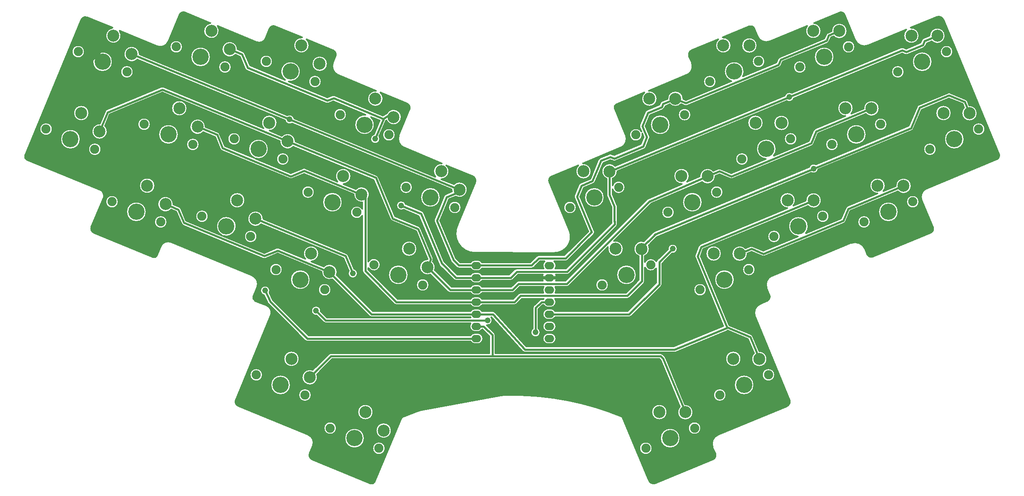
<source format=gbl>
G04 EasyPC Gerber Version 19.0.3 Build 3928 *
G04 #@! TF.Part,Single*
G04 #@! TF.FileFunction,Copper,L2,Bot *
%FSLAX35Y35*%
%MOIN*%
G04 #@! TA.AperFunction,ComponentPad*
%ADD70O,0.08000X0.06000*%
G04 #@! TD.AperFunction*
%ADD26C,0.01181*%
%ADD23C,0.01500*%
%ADD27C,0.02500*%
G04 #@! TA.AperFunction,ViaPad*
%ADD22C,0.04800*%
G04 #@! TA.AperFunction,ComponentPad*
%ADD21C,0.07480*%
%ADD71C,0.09843*%
%ADD20C,0.13386*%
X0Y0D02*
D02*
D70*
X376251Y126918D03*
Y136918D03*
Y146918D03*
Y156918D03*
Y166918D03*
Y176918D03*
Y186918D03*
X436251Y126918D03*
Y136918D03*
Y146918D03*
Y156918D03*
Y166918D03*
Y176918D03*
Y186918D03*
D02*
D71*
X51911Y312196D03*
X66934Y297025D03*
X78278Y375854D03*
X93300Y360682D03*
X106020Y252500D03*
X121043Y237329D03*
X132385Y316152D03*
X147408Y300980D03*
X158753Y379806D03*
X173776Y364635D03*
X179901Y240542D03*
X194924Y225370D03*
X206267Y304190D03*
X221289Y289019D03*
X224465Y110217D03*
X232634Y367847D03*
X239487Y95045D03*
X240604Y196756D03*
X247657Y352675D03*
X255627Y181584D03*
X266968Y260408D03*
X281991Y245236D03*
X285159Y66434D03*
X293333Y324058D03*
X300182Y51262D03*
X308356Y308887D03*
X321070Y200706D03*
X336093Y185534D03*
X347441Y264361D03*
X362463Y249189D03*
X464222Y264361D03*
X485572Y264256D03*
X490589Y200709D03*
X511940Y200604D03*
X518330Y324058D03*
X526496Y66434D03*
X539680Y323953D03*
X544696Y260412D03*
X547847Y66329D03*
X566046Y260307D03*
X571058Y196756D03*
X579029Y367845D03*
X587196Y110219D03*
X592408Y196651D03*
X600379Y367740D03*
X605392Y304191D03*
X608546Y110114D03*
X626742Y304086D03*
X631761Y240538D03*
X652912Y379802D03*
X653111Y240433D03*
X674262Y379696D03*
X679279Y316148D03*
X700629Y316043D03*
X705641Y252500D03*
X726992Y252394D03*
X733381Y375849D03*
X754732Y375744D03*
X759750Y312200D03*
X781100Y312095D03*
D02*
D20*
X43022Y290736D03*
X69389Y354393D03*
X97131Y231040D03*
X123496Y294691D03*
X149864Y358346D03*
X171012Y219082D03*
X197378Y282730D03*
X215576Y88757D03*
X223745Y346387D03*
X231715Y175296D03*
X258079Y238948D03*
X276270Y44974D03*
X284444Y302598D03*
X312181Y179245D03*
X338552Y242901D03*
X473111Y242900D03*
X499478Y179248D03*
X527219Y302598D03*
X535385Y44974D03*
X553585Y238952D03*
X579947Y175296D03*
X587918Y346385D03*
X596085Y88759D03*
X614281Y282731D03*
X640650Y219078D03*
X661801Y358341D03*
X688168Y294688D03*
X714530Y231039D03*
X742270Y354389D03*
X768639Y290740D03*
D02*
D21*
X23017Y299023D03*
X49383Y362680D03*
X63028Y282450D03*
X77126Y239327D03*
X89394Y346107D03*
X103491Y302978D03*
X117137Y222754D03*
X129859Y366633D03*
X143501Y286405D03*
X151007Y227369D03*
X169869Y350059D03*
X177372Y291017D03*
X191017Y210795D03*
X195570Y97043D03*
X203740Y354673D03*
X211710Y183582D03*
X217383Y274443D03*
X235581Y80470D03*
X238074Y247234D03*
X243750Y338100D03*
X251720Y167009D03*
X256265Y53260D03*
X264439Y310885D03*
X278084Y230661D03*
X292176Y187532D03*
X296275Y36687D03*
X304449Y294311D03*
X318546Y251187D03*
X332186Y170959D03*
X358557Y234614D03*
X453106Y234614D03*
X479473Y170962D03*
X493116Y251187D03*
X507214Y294311D03*
X515380Y36687D03*
X519483Y187535D03*
X533580Y230665D03*
X547224Y310885D03*
X555391Y53261D03*
X559942Y167009D03*
X567913Y338098D03*
X573590Y247239D03*
X576080Y80472D03*
X594276Y274444D03*
X599952Y183583D03*
X607923Y354671D03*
X616090Y97046D03*
X620645Y210791D03*
X634286Y291017D03*
X641796Y350055D03*
X660655Y227364D03*
X668163Y286401D03*
X681806Y366628D03*
X694525Y222753D03*
X708173Y302974D03*
X722265Y346102D03*
X734535Y239326D03*
X748633Y282453D03*
X762276Y362675D03*
X788644Y299026D03*
D02*
D22*
X202845Y166338D03*
X222964Y306972D03*
X244685Y149705D03*
X274852Y180433D03*
X293180Y291018D03*
X314547Y236222D03*
X385433Y141831D03*
X424803Y131996D03*
X537439Y200657D03*
X633194Y325405D03*
X653124Y266583D03*
D02*
D23*
X93300Y360682D02*
X222964Y306972D01*
X221289Y289019D02*
X293786Y258990D01*
X307622Y225585*
X327048Y217541*
X328511Y216932*
X338809Y192080*
X336093Y185534*
X221289Y289019D02*
X118511Y331586D01*
X73532Y312961*
X66934Y297025*
X255627Y181584D02*
X213049Y199218D01*
X202142Y194702*
X136198Y222016*
X131681Y232920*
X121043Y237329*
X274852Y180433D02*
X268939Y194710D01*
X262065Y197558*
X194924Y225370*
X281991Y245236D02*
X234865Y264755D01*
X223964Y260239*
X168023Y283410*
X163504Y294313*
X147408Y300980*
X293180Y291018D02*
X300040Y307582D01*
X299959Y307386*
X259040Y324341*
X253967Y322385*
X188498Y349503*
X183980Y360406*
X173776Y364635*
X308356Y308887D02*
X304588Y310450D01*
X300004Y307496*
X300040Y307582*
X362463Y249189D02*
X222964Y306972D01*
X362463Y249189D02*
X361674Y247289D01*
X351987Y243275*
X347843Y233273*
X343975Y223937*
X357458Y191386*
X361960Y187035*
X375831Y187041*
X421609Y187040*
X427391Y192825*
X449458Y192824*
X471014Y214381*
X458822Y243607*
X462549Y252609*
X471652Y256378*
X477245Y269882*
X478575Y273095*
X486298Y276294*
X489512Y274964*
X513163Y284760*
X516360Y292475*
X512592Y301571*
X516846Y311854*
X517112Y312497*
X528479Y317206*
X529533Y319749*
X539680Y323953*
X376251Y126918D02*
X242265Y126917D01*
X237453*
X207283Y157087*
X202845Y166338*
X376251Y136918D02*
X382238Y136919D01*
X389401Y129759*
X389442Y112468*
X376251Y146918D02*
X376252Y146950D01*
X290291Y146948*
X255627Y181584*
X376251Y156918D02*
X362976Y156916D01*
X310597Y156918*
X285067Y182448*
X285067Y242283*
X282113Y245235*
X281991Y245236*
X376251Y166918D02*
X354713Y166915D01*
X336093Y185534*
X376251Y176918D02*
X359578Y176917D01*
X347787Y188707*
X330914Y229444*
X314547Y236222*
X376251Y176918D02*
X404397Y176917D01*
X409374Y181898*
X450837Y181899*
X489716Y220777*
X489716Y223239*
X489591Y223115*
X489590Y235406*
X485572Y245109*
X485572Y264256*
X376251Y186918D02*
X376252Y187037D01*
X375831Y187041*
X385433Y141831D02*
X252559D01*
X244685Y149705*
X389442Y112468D02*
X527486D01*
X529617Y110335*
X529619Y110337*
X547847Y66329*
X389442Y112468D02*
X389399Y112444D01*
X281715Y112445*
X256889Y112447*
X239487Y95045*
X424803Y131996D02*
Y151997D01*
X429724Y156918*
X436251*
X485572Y264256D02*
X633194Y325405D01*
X511940Y200604D02*
X511679D01*
X511677Y201090*
X522735Y212152*
X522505*
X522903Y212338*
X653124Y266583*
X511940Y200604D02*
X512170Y200605D01*
X512170Y174065*
X500130Y162026*
X446226Y162024*
X412573Y162024*
X407465Y156918*
X376251*
X537439Y200657D02*
X536578Y199837D01*
X526374Y189637*
X526374Y171621*
X501671Y146920*
X436251Y146918*
X539680Y323953D02*
X548289Y320388D01*
X624354Y351893*
X626104Y356122*
X663815Y371742*
X665629Y376121*
X674262Y379696*
X566046Y260307D02*
X518994Y239939D01*
X519093Y239839*
X518517Y239841*
X450544Y171867*
X427905Y171864*
X410820Y171867*
X405871Y166920*
X398980Y166919*
X398981Y166918*
X376251*
X566046Y260307D02*
X575723Y264312D01*
X585624Y260210*
X651093Y287330*
X655193Y297229*
X700629Y316043*
X581494Y135554D02*
X538756Y117853D01*
X416208Y117924*
X389788Y146917*
X389894Y146918*
X389896Y146915*
X376251Y146918*
X592408Y196651D02*
X602090Y200661D01*
X611987Y196558*
X677460Y223678*
X681559Y233574*
X726992Y252394*
X608546Y110114D02*
X608827Y109435D01*
X601043Y128224*
X582251Y136009*
X581494Y135554*
X633194Y325405D02*
X725981Y363837D01*
X729172Y362515*
X742829Y368172*
X744150Y371363*
X754731Y375746*
X754732Y375744*
X653111Y240433D02*
X560848Y202215D01*
X557878Y194389*
X582139Y135822*
X581494Y135554*
X653124Y266583D02*
X733145Y299919D01*
X740117Y316749*
X764360Y326790*
X777222Y321466*
X781100Y312095*
D02*
D26*
X803273Y273991D02*
G75*
G03X805290Y278857I-1426J3442D01*
G01*
G75*
G02X805289Y278859I277J140*
G01*
X759716Y388885*
X759715Y388888*
G75*
G03X754207Y391169I-3895J-1616*
G01*
G75*
G02X754206Y391169I-67J262*
G01*
X732898Y382343*
G75*
G02X739893Y375849I483J-6494*
G01*
G75*
G02X726870I-6512*
G01*
G75*
G02X729131Y380782I6512*
G01*
X697826Y367815*
X697825Y367815*
G75*
G02X687261Y372191I-3094J7471*
G01*
G75*
G02X687260Y372193I393J158*
G01*
X678599Y393106*
X678598Y393107*
G75*
G03X674376Y394856I-2987J-1237*
G01*
X674375*
X653651Y386271*
G75*
G02X659424Y379802I-739J-6470*
G01*
G75*
G02X646400I-6512*
G01*
G75*
G02X647815Y383854I6512*
G01*
X617091Y371127*
G75*
G02X617089Y371126I-76J150*
G01*
G75*
G02X607166Y375233I-2907J7017*
G01*
G75*
G02X607165Y375236I967J324*
G01*
X604528Y381602*
X604527Y381604*
G75*
G03X600305Y383353I-2986J-1237*
G01*
G75*
G02X600304Y383352I-92J273*
G01*
X578543Y374339*
G75*
G02X585541Y367845I486J-6494*
G01*
G75*
G02X572517I-6512*
G01*
G75*
G02X574781Y372780I6512*
G01*
X553018Y363766*
G75*
G02X553017Y363765I-50J100*
G01*
G75*
G03X551002Y358900I1426J-3441*
G01*
X553073Y353903*
G75*
G02X553074Y353900I-615J-309*
G01*
G75*
G02X553691Y350804I-7472J-3096*
G01*
G75*
G02X548699Y343333I-8087J0*
G01*
G75*
G02X548698Y343333I-260J778*
G01*
X517844Y330552*
G75*
G02X524842Y324058I485J-6494*
G01*
G75*
G02X511818I-6512*
G01*
G75*
G02X514081Y328993I6512*
G01*
X491411Y319602*
G75*
G02X491409Y319602I-94J187*
G01*
G75*
G03X489926Y316025I1048J-2531*
G01*
X489926Y316024*
X498967Y294200*
G75*
G02X498968Y294198I-593J-298*
G01*
G75*
G02X494590Y283633I-7471J-3093*
G01*
G75*
G02X494589Y283633I-38J76*
G01*
X463740Y270855*
G75*
G02X470734Y264361I482J-6494*
G01*
G75*
G02X457710I-6512*
G01*
G75*
G02X459971Y269294I6512*
G01*
X438214Y260282*
G75*
G02X438211Y260281I-204J472*
G01*
G75*
G03X436196Y255415I1425J-3441*
G01*
X436197Y255413*
X452165Y216859*
G75*
G02X453680Y210667I-11899J-6193*
G01*
G75*
G02X439841Y197261I-13413*
G01*
X437346Y197236*
G75*
G02X437318I-14J2145*
G01*
X375452Y197316*
G75*
G02X361198Y220974I-223J15989*
G01*
X375278Y254962*
G75*
G02X375278Y254963I33J-16*
G01*
G75*
G03X372995Y260470I-3895J1613*
G01*
G75*
G02X372993Y260471I110J335*
G01*
X351690Y269296*
G75*
G02X347664Y257853I-4249J-4935*
G01*
X357745Y253677*
G75*
G02X368480Y246697I4719J-4488*
G01*
G75*
G02X359194Y243557I-6016J2492*
G01*
X353898Y241363*
X350152Y232320*
G75*
G02X350151Y232317I-1707J567*
G01*
X346679Y223937*
X359567Y192821*
X362970Y189533*
X371480*
G75*
G02X375252Y191507I3772J-2617*
G01*
X377252*
G75*
G02X381020Y189539J-4591*
G01*
X420574*
X425622Y194589*
G75*
G02X427391Y195323I1769J-1764*
G01*
X448424*
X468064Y214964*
X456517Y242645*
G75*
G02X456514Y244563I2306J962*
G01*
X460240Y253562*
G75*
G02X461594Y254918I2310J-952*
G01*
X469740Y258290*
X474936Y270835*
G75*
G03X474937Y270837I-737J443*
G01*
X476267Y274048*
G75*
G02X477619Y275403I2309J-953*
G01*
X485342Y278602*
G75*
G02X487256Y278602I956J-2308*
G01*
X489512Y277668*
X511252Y286672*
X513656Y292475*
X512419Y295462*
G75*
G02X502289Y292271I-5205J-1151*
G01*
G75*
G02X511707Y297179I4925J2040*
G01*
X510284Y300615*
G75*
G02X510284Y302528I2307J956*
G01*
X514537Y312807*
G75*
G02X514538Y312809I236J-140*
G01*
X514803Y313450*
G75*
G02X516156Y314805I2309J-953*
G01*
X526568Y319118*
X527226Y320706*
G75*
G02X528580Y322058I2308J-957*
G01*
X533169Y323959*
G75*
G02X546192Y323953I6512J-6*
G01*
G75*
G02X546190Y323791I-6520J-2*
G01*
X548289Y322922*
X585682Y338409*
G75*
G02X579634Y346385I2236J7976*
G01*
G75*
G02X596201I8283*
G01*
G75*
G02X595138Y342326I-8283J1*
G01*
X622562Y353684*
X623942Y357017*
G75*
G02X625212Y358286I2163J-895*
G01*
X662023Y373533*
X663466Y377014*
G75*
G02X664733Y378283I2164J-893*
G01*
X667752Y379533*
G75*
G02X667750Y379696I6516J160*
G01*
G75*
G02X680774I6512*
G01*
G75*
G02X669544Y375209I-6512*
G01*
X667420Y374330*
X665978Y370848*
G75*
G02X664710Y369580I-2163J895*
G01*
X627896Y354331*
X626516Y350997*
G75*
G02X625248Y349730I-2163J895*
G01*
X549185Y318226*
G75*
G02X547394Y318226I-896J2162*
G01*
X544399Y319466*
G75*
G02X535081Y319343I-4719J4487*
G01*
X531445Y317837*
X530787Y316249*
G75*
G02X529432Y314897I-2308J957*
G01*
X519024Y310585*
X515295Y301572*
X518668Y293431*
G75*
G02X518667Y291517I-2308J-956*
G01*
X515471Y283805*
G75*
G02X514119Y282452I-2308J956*
G01*
X490468Y272656*
G75*
G02X488555Y272656I-956J2308*
G01*
X486298Y273591*
X480487Y271183*
X479553Y268926*
G75*
G03X479552Y268924I1273J-365*
G01*
X473961Y255425*
G75*
G02X472607Y254069I-2309J952*
G01*
X464461Y250697*
X461527Y243610*
X473320Y215343*
G75*
G02X472780Y212613I-2306J-962*
G01*
X451226Y191060*
G75*
G02X449458Y190327I-1768J1765*
G01*
X440325*
G75*
G02X441089Y184396I-3073J-3410*
G01*
X449802*
X487218Y221811*
Y234894*
X483275Y244128*
G75*
G02X483074Y245109I2298J981*
G01*
Y258242*
G75*
G02X479061Y264256I2498J6013*
G01*
G75*
G02X490291Y268743I6512*
G01*
X629313Y326330*
G75*
G02X635113Y328904I3881J-926*
G01*
X725021Y366144*
G75*
G02X726937Y366145I960J-2306*
G01*
X729172Y365219*
X740917Y370083*
X741841Y372315*
G75*
G02X743194Y373671I2309J-952*
G01*
X748220Y375753*
G75*
G02X761244Y375744I6512J-9*
G01*
G75*
G02X750130Y371136I-6512*
G01*
X746063Y369452*
X745139Y367220*
G75*
G02X743785Y365864I-2309J952*
G01*
X730130Y360209*
G75*
G02X728215Y360207I-959J2307*
G01*
X725981Y361133*
X637025Y324288*
G75*
G02X631104Y322006I-3831J1117*
G01*
X492082Y264419*
G75*
G02X492084Y264256I-6507J-160*
G01*
G75*
G02X488070Y258242I-6512*
G01*
Y252906*
G75*
G02X498447Y251187I5046J-1719*
G01*
G75*
G02X488070Y249469I-5331J0*
G01*
Y245620*
X492013Y236387*
G75*
G02X492214Y235406I-2298J-981*
G01*
Y220777*
G75*
G02X491482Y219010I-2498J0*
G01*
X452604Y180132*
G75*
G02X450834Y179400I-1767J1767*
G01*
X441695*
G75*
G02X441657Y174365I-4443J-2484*
G01*
X449509*
X516748Y241703*
G75*
G02X518476Y242437I1769J-1764*
G01*
X544971Y253906*
G75*
G02X538184Y260412I-276J6506*
G01*
G75*
G02X551207I6512*
G01*
G75*
G02X549251Y255759I-6512*
G01*
X559535Y260211*
G75*
G02X559534Y260307I6509J101*
G01*
G75*
G02X570766Y264793I6512*
G01*
X574825Y266473*
G75*
G02X576619Y266474I898J-2161*
G01*
X585624Y262744*
X613898Y274456*
G75*
G02X605997Y282731I383J8275*
G01*
G75*
G02X622564I8283*
G01*
G75*
G02X620402Y277151I-8283J0*
G01*
X649301Y289122*
X653030Y298122*
G75*
G02X654298Y299391I2163J-894*
G01*
X679049Y309640*
G75*
G02X672767Y316148I230J6508*
G01*
G75*
G02X685791I6512*
G01*
G75*
G02X684042Y311708I-6512*
G01*
X694119Y315881*
G75*
G02X694117Y316043I6507J160*
G01*
G75*
G02X707141I6512*
G01*
G75*
G02X695910Y311556I-6512*
G01*
X656984Y295437*
X653256Y286436*
G75*
G02X651988Y285168I-2163J894*
G01*
X586519Y258048*
G75*
G02X584727I-896J2162*
G01*
X575722Y261779*
X572556Y260468*
G75*
G02X561520Y255626I-6510J-161*
G01*
X519989Y237648*
G75*
G02X519637Y237525I-995J2291*
G01*
X489234Y207078*
G75*
G02X497101Y200709I1355J-6369*
G01*
G75*
G02X484078I-6512*
G01*
G75*
G02X484218Y202054I6513*
G01*
X452313Y170103*
G75*
G02X450544Y169369I-1769J1764*
G01*
X441133*
G75*
G02X441170Y164524I-3881J-2452*
G01*
X499095*
X509672Y175100*
Y194499*
G75*
G02X513875Y206821I2267J6104*
G01*
X520226Y213175*
G75*
G02X521452Y214417I2279J-1023*
G01*
X521839Y214598*
G75*
G02X521942Y214644I1061J-2266*
G01*
X649291Y267693*
G75*
G02X655207Y269987I3833J-1109*
G01*
X731353Y301707*
X737748Y317146*
G75*
G02X739720Y319118I2369J-397*
G01*
X763462Y328951*
G75*
G02X765255Y328952I898J-2162*
G01*
X778117Y323628*
G75*
G02X779386Y322357I-895J-2163*
G01*
X780939Y318605*
G75*
G02X787612Y312095I161J-6510*
G01*
G75*
G02X774588I-6512*
G01*
G75*
G02X776613Y316815I6512*
G01*
X775430Y319674*
X764360Y324257*
X741909Y314958*
X735308Y299024*
G75*
G02X734045Y297758I-2163J894*
G01*
X657007Y265666*
G75*
G02X651212Y263081I-3883J918*
G01*
X524352Y210235*
X517720Y203601*
G75*
G02X517956Y203096I-5780J-3000*
G01*
G75*
G02X514669Y194691I-6016J-2492*
G01*
Y189822*
G75*
G02X523990Y190383I4815J-2287*
G01*
G75*
G02X524609Y191406I2384J-746*
G01*
X533468Y200261*
G75*
G02X533448Y200657I3970J396*
G01*
G75*
G02X541430I3991*
G01*
G75*
G02X536967Y196694I-3991*
G01*
X528872Y188602*
Y171621*
G75*
G02X528140Y169854I-2498*
G01*
X503437Y145153*
G75*
G02X501668Y144422I-1766J1767*
G01*
X441106*
G75*
G02X437252Y142326I-3854J2495*
G01*
X435252*
G75*
G02X430661Y146917J4591*
G01*
G75*
G02X435252Y151507I4591*
G01*
X437252*
G75*
G02X441101Y149418J-4591*
G01*
X500636*
X523876Y172656*
Y184514*
G75*
G02X514669Y185248I-4392J3021*
G01*
Y174065*
G75*
G02X513937Y172298I-2498*
G01*
X501896Y160259*
G75*
G02X500127Y159528I-1766J1767*
G01*
X441028*
G75*
G02X437252Y152326I-3776J-2611*
G01*
X435252*
G75*
G02X431302Y154578J4591*
G01*
X430694*
X427144Y151028*
Y135228*
G75*
G02X428794Y131996I-2341J-3232*
G01*
G75*
G02X420813I-3991*
G01*
G75*
G02X422463Y135228I3991*
G01*
Y151997*
G75*
G02X423148Y153652I2341*
G01*
X428069Y158573*
G75*
G02X429725Y159259I1655J-1656*
G01*
X431304*
G75*
G02X431476Y159528I3949J-2339*
G01*
X413607*
X409231Y155152*
G75*
G02X407462Y154420I-1766J1767*
G01*
X381104*
G75*
G02X377252Y152326I-3852J2496*
G01*
X375252*
G75*
G02X371401Y154419J4591*
G01*
X310597*
G75*
G02X308829Y155152J2498*
G01*
X283302Y180680*
G75*
G02X282569Y182448I1765J1768*
G01*
Y227780*
G75*
G02X273159Y232701I-4485J2881*
G01*
G75*
G02X282569Y233542I4925J-2040*
G01*
Y238750*
G75*
G02X275479Y245236I-578J6486*
G01*
G75*
G02X275481Y245399I6518J3*
G01*
X234865Y262222*
X224861Y258077*
G75*
G02X223068Y258077I-897J2162*
G01*
X167127Y281248*
G75*
G02X165860Y282516I895J2162*
G01*
X161713Y292521*
X152126Y296492*
G75*
G02X141392Y303472I-4719J4488*
G01*
G75*
G02X153920Y300980I6016J-2492*
G01*
G75*
G02X153918Y300817I-6509J-3*
G01*
X164397Y296476*
G75*
G02X165666Y295209I-894J-2163*
G01*
X169814Y285201*
X193700Y275308*
G75*
G02X189725Y285900I3677J7422*
G01*
G75*
G02X205030Y279560I7653J-3170*
G01*
G75*
G02X194730Y274881I-7653J3170*
G01*
X223964Y262772*
X233969Y266917*
G75*
G02X235763Y266917I896J-2162*
G01*
X262209Y255963*
G75*
G02X260952Y262900I4759J4445*
G01*
G75*
G02X272984Y257916I6016J-2492*
G01*
G75*
G02X267190Y253900I-6016J2492*
G01*
X277272Y249724*
G75*
G02X287565Y241870I4719J-4488*
G01*
Y190207*
G75*
G02X297101Y185492I4611J-2675*
G01*
G75*
G02X287565Y184857I-4925J2040*
G01*
Y183483*
X311631Y159415*
X371401*
G75*
G02X375252Y161507I3851J-2498*
G01*
X377252*
G75*
G02X381102Y159416J-4591*
G01*
X406430*
X410807Y163793*
G75*
G02X412576Y164524I1766J-1767*
G01*
X431334*
G75*
G02X431371Y169369I3918J2393*
G01*
X411854*
X407639Y165156*
G75*
G02X405871Y164422I-1768J1765*
G01*
X381106*
G75*
G02X377252Y162326I-3854J2494*
G01*
X375252*
G75*
G02X371400Y164420J4591*
G01*
X354713*
G75*
G02X352945Y165154J2498*
G01*
X338580Y179515*
G75*
G02X330077Y188026I-2487J6019*
G01*
G75*
G02X336259Y192044I6016J-2492*
G01*
X336275Y192080*
X326719Y215143*
X326152Y215379*
X306727Y223422*
G75*
G02X305459Y224691I895J2163*
G01*
X291995Y257198*
X226008Y284531*
G75*
G02X214778Y289019I-4719J4488*
G01*
G75*
G02X214780Y289181I6522J3*
G01*
X118511Y329052*
X75324Y311169*
X71421Y301744*
G75*
G02X72950Y294533I-4487J-4719*
G01*
G75*
G02X60918Y299517I-6016J2492*
G01*
G75*
G02X67096Y303535I6016J-2492*
G01*
X71369Y313855*
G75*
G02X72637Y315123I2163J-894*
G01*
X117612Y333747*
G75*
G02X119407Y333748I899J-2161*
G01*
X201508Y299744*
G75*
G02X200250Y306682I4758J4446*
G01*
G75*
G02X212283Y301698I6016J-2492*
G01*
G75*
G02X206488Y297682I-6016J2492*
G01*
X216571Y293506*
G75*
G02X227801Y289019I4719J-4488*
G01*
G75*
G02X227799Y288856I-6513J-3*
G01*
X294682Y261152*
G75*
G02X295950Y259883I-895J-2163*
G01*
X309413Y227376*
X327944Y219704*
G75*
G02X327952Y219700I-713J-1756*
G01*
X329408Y219094*
G75*
G02X330673Y217828I-897J-2161*
G01*
X340970Y192977*
G75*
G02Y191183I-2162J-897*
G01*
X340583Y190250*
G75*
G02X342112Y183048I-4491J-4716*
G01*
X355748Y169416*
X371402*
G75*
G02X375252Y171507I3850J-2500*
G01*
X377252*
G75*
G02X381101Y169419J-4591*
G01*
X404837*
X409052Y173631*
G75*
G02X410820Y174365I1768J-1765*
G01*
X430847*
G75*
G02X430809Y179400I4405J2552*
G01*
X410409*
X406166Y175154*
G75*
G02X404397Y174420I-1769J1764*
G01*
X381104*
G75*
G02X377252Y172326I-3852J2496*
G01*
X375252*
G75*
G02X371401Y174419J4591*
G01*
X359578*
G75*
G02X357810Y175152J2498*
G01*
X346023Y186939*
G75*
G02X345479Y187752I1764J1769*
G01*
X329002Y227532*
X316467Y232723*
G75*
G02X310557Y236222I-1919J3499*
G01*
G75*
G02X318378Y237339I3991*
G01*
X331868Y231752*
G75*
G02X333222Y230400I-954J-2309*
G01*
X349904Y190122*
X360613Y179415*
X371401*
G75*
G02X375252Y181507I3851J-2498*
G01*
X377252*
G75*
G02X381102Y179416J-4591*
G01*
X403362*
X407605Y183663*
G75*
G02X409374Y184396I1769J-1764*
G01*
X431415*
G75*
G02X432179Y190327I3837J2520*
G01*
X428426*
X423378Y185276*
G75*
G02X421609Y184543I-1769J1764*
G01*
X381181*
G75*
G02X377252Y182326I-3929J2374*
G01*
X375252*
G75*
G02X371326Y184537J4591*
G01*
X361960*
G75*
G02X360222Y185242J2498*
G01*
X355726Y189586*
G75*
G02X355150Y190430I1733J1799*
G01*
X341667Y222981*
G75*
G02X341668Y224895I2308J956*
G01*
X345535Y234230*
G75*
G03X345537Y234233I-839J421*
G01*
X349679Y244231*
G75*
G02X351031Y245583I2308J-956*
G01*
X356126Y247694*
G75*
G02X355952Y249189I6338J1495*
G01*
G75*
G02X355954Y249352I6513J3*
G01*
X225054Y303573*
G75*
G02X219082Y306046I-2090J3399*
G01*
X98019Y356194*
G75*
G02X87284Y363174I-4719J4488*
G01*
G75*
G02X99812Y360682I6016J-2492*
G01*
G75*
G02X99810Y360519I-6509J-3*
G01*
X220874Y310371*
G75*
G02X226845Y307898I2090J-3399*
G01*
X342681Y259917*
G75*
G02X347925Y270855I4760J4444*
G01*
X317074Y283634*
G75*
G02X317071Y283635I1408J2820*
G01*
G75*
G02X312696Y294202I3096J7471*
G01*
X321357Y315114*
G75*
G02X321358Y315116I792J-395*
G01*
G75*
G03X319343Y319981I-3440J1425*
G01*
G75*
G03X319341Y319982I-140J-346*
G01*
X297577Y328997*
G75*
G02X299349Y321566I-4244J-4939*
G01*
G75*
G02X287317Y326550I-6016J2492*
G01*
G75*
G02X293824Y330552I6016J-2492*
G01*
X262966Y343334*
G75*
G02X262963Y343335I344J806*
G01*
G75*
G02X258587Y353900I3094J7470*
G01*
G75*
G02X258588Y353903I1687J-631*
G01*
X260659Y358901*
G75*
G03X260660Y358902I-81J55*
G01*
G75*
G03X258646Y363766I-3440J1424*
G01*
G75*
G02X258644Y363767I274J459*
G01*
X236884Y372781*
G75*
G02X238650Y365355I-4250J-4934*
G01*
G75*
G02X226618Y370339I-6016J2492*
G01*
G75*
G02X233118Y374341I6016J-2492*
G01*
X210905Y383542*
G75*
G02X210904Y383543I119J360*
G01*
G75*
G03X206681Y381794I-1237J-2986*
G01*
X203292Y373609*
X203291Y373607*
G75*
G02X195940Y370565I-5197J2155*
G01*
G75*
G03X195938Y370566I-153J-252*
G01*
X163852Y383856*
G75*
G02X164769Y377314I-5099J-4050*
G01*
G75*
G02X152737Y382298I-6016J2492*
G01*
G75*
G02X158011Y386276I6017J-2492*
G01*
X137289Y394859*
X137289*
G75*
G03X132423Y392844I-1425J-3442*
G01*
G75*
G03X132422Y392842I1503J-753*
G01*
X123381Y371019*
G75*
G02X123380Y371015I-2752J1098*
G01*
G75*
G02X114105Y367175I-6559J2722*
G01*
G75*
G03X114103Y367176I-166J-411*
G01*
X83378Y379902*
G75*
G02X84294Y373361I-5100J-4048*
G01*
G75*
G02X72261Y378346I-6016J2492*
G01*
G75*
G02X77533Y382323I6016J-2492*
G01*
X56816Y390904*
G75*
G02X56813Y390905I479J1440*
G01*
G75*
G03X51948Y388889I-1424J-3441*
G01*
G75*
G02X51947Y388885I-950J420*
G01*
X5809Y277499*
X5808Y277495*
G75*
G03X7289Y273916I2531J-1049*
G01*
G75*
G02X7290Y273915I-78J-118*
G01*
X68216Y248680*
G75*
G02X69398Y247496I-835J-2015*
G01*
X70461Y244928*
G75*
G02X70460Y243257I-2015J-834*
G01*
X60293Y218709*
G75*
G03X60291Y218706I797J-343*
G01*
G75*
G03X62306Y213841I3440J-1425*
G01*
G75*
G03X62307Y213840I125J248*
G01*
X110956Y193689*
G75*
G02X110957Y193689I-272J-684*
G01*
G75*
G03X113894Y194903I860J2077*
G01*
X113894Y194905*
X117096Y202634*
G75*
G02X117098Y202638I1684J-671*
G01*
G75*
G02X125729Y206214I6106J-2533*
G01*
G75*
G02X125732Y206212I-311J-703*
G01*
X192113Y178715*
X192114*
G75*
G02X196802Y171698I-2907J-7017*
G01*
G75*
G02X196224Y168792I-7596J0*
G01*
G75*
G02X196222Y168789I-1088J406*
G01*
X193211Y161520*
G75*
G03X193211Y161518I1880J-753*
G01*
G75*
G03X194691Y157939I2531J-1048*
G01*
G75*
G03X194693Y157939I69J102*
G01*
X204240Y153985*
G75*
G03X204242Y153983I237J393*
G01*
G75*
G02X207554Y145991I-2340J-5652*
G01*
G75*
G02X207552Y145989I-836J357*
G01*
X178739Y76430*
G75*
G02X178737Y76427I-1003J374*
G01*
G75*
G03X180753Y71560I3441J-1426*
G01*
G75*
G02X180754Y71560I-23J-46*
G01*
X238494Y47643*
G75*
G03X238495Y47642I113J225*
G01*
G75*
G02X242076Y39009I-2530J-6108*
G01*
G75*
G02X242074Y39005I-2086J946*
G01*
X239437Y32640*
G75*
G02X239436Y32637I-302J99*
G01*
G75*
G03X241572Y27488I3644J-1506*
G01*
G75*
G02X241575Y27487I-186J-563*
G01*
X289106Y7797*
G75*
G02X289109Y7796I-235J-553*
G01*
G75*
G03X292972Y9396I1131J2732*
G01*
Y9396*
X314444Y61233*
G75*
G02X315621Y62412I2015J-835*
G01*
G75*
G02X495487Y62826I90432J-216915*
G01*
G75*
G02X496679Y61625I-830J-2017*
G01*
X517536Y11270*
G75*
G02X517571Y11180I-2011J-833*
G01*
G75*
G02X517643Y10939I-2050J-744*
G01*
G75*
G03X523498Y8000I4160J987*
G01*
G75*
G02X523529Y8014I897J-2042*
G01*
X570359Y27410*
G75*
G02X570361Y27411I27J-78*
G01*
G75*
G03X572376Y32278I-1426J3441*
G01*
X572375Y32281*
X570305Y37278*
G75*
G02X574680Y47844I7470J3096*
G01*
G75*
G02X574682Y47845I499J-994*
G01*
X631058Y71196*
G75*
G02X631059Y71197I83J-164*
G01*
G75*
G03X633341Y76705I-1615J3896*
G01*
X633341Y76707*
X605093Y144907*
G75*
G02X605093Y144909I234J95*
G01*
G75*
G02X609469Y155472I7470J3093*
G01*
G75*
G02X609472Y155473I206J-409*
G01*
X614921Y157730*
G75*
G02X614924Y157731I124J-367*
G01*
G75*
G03X617222Y161170I-1424J3439*
G01*
G75*
G03X616939Y162594I-3724*
G01*
G75*
G02X616938Y162595I87J59*
G01*
X614681Y168048*
X614680Y168050*
G75*
G02X619053Y178615I7469J3096*
G01*
X619054Y178615*
X683530Y205322*
X683533Y205324*
G75*
G02X695508Y200361I3505J-8472*
G01*
G75*
G03X695509Y200360I461J306*
G01*
X697354Y195908*
G75*
G02X697355Y195905I-642J-243*
G01*
G75*
G03X701577Y194156I2986J1237*
G01*
G75*
G02X701580Y194157I382J-761*
G01*
X749315Y213931*
G75*
G02X749317Y213932I1411J-2819*
G01*
G75*
G03X751067Y218155I-1237J2986*
G01*
X751066Y218157*
X741878Y240336*
G75*
G02X741878Y240338I164J42*
G01*
G75*
G02X741299Y243244I7017J2907*
G01*
G75*
G02X745987Y250260I7595J0*
G01*
G75*
G03X745988Y250261I-135J408*
G01*
X803271Y273991*
G75*
G03X803273Y273991I-469J1175*
G01*
X593867Y367740D02*
G75*
G02X606891I6512D01*
G01*
G75*
G02X593867I-6512*
G01*
X602592Y354671D02*
G75*
G02X613254I5331D01*
G01*
G75*
G02X602592I-5331*
G01*
X562582Y338098D02*
G75*
G02X573243I5331D01*
G01*
G75*
G02X562582I-5331*
G01*
X447775Y234614D02*
G75*
G02X458437I5331D01*
G01*
G75*
G02X447775I-5331*
G01*
X353226Y234614D02*
G75*
G02X363887I5331D01*
G01*
G75*
G02X353226I-5331*
G01*
X676475Y366628D02*
G75*
G02X687137I5331D01*
G01*
G75*
G02X676475I-5331*
G01*
X636465Y350055D02*
G75*
G02X647126I5331D01*
G01*
G75*
G02X636465I-5331*
G01*
X653517Y358341D02*
G75*
G02X670084I8283D01*
G01*
G75*
G02X653517I-8283*
G01*
X541893Y310885D02*
G75*
G02X552555I5331D01*
G01*
G75*
G02X541893I-5331*
G01*
X518935Y302598D02*
G75*
G02X535502I8283D01*
G01*
G75*
G02X518935I-8283*
G01*
X464828Y242900D02*
G75*
G02X481394I8283D01*
G01*
G75*
G02X464828I-8283*
G01*
X756945Y362675D02*
G75*
G02X767606I5331D01*
G01*
G75*
G02X756945I-5331*
G01*
X733987Y354389D02*
G75*
G02X750554I8283D01*
G01*
G75*
G02X733987I-8283*
G01*
X716935Y346102D02*
G75*
G02X727596I5331D01*
G01*
G75*
G02X716935I-5331*
G01*
X588945Y274444D02*
G75*
G02X599606I5331D01*
G01*
G75*
G02X588945I-5331*
G01*
X598880Y304191D02*
G75*
G02X611904I6512D01*
G01*
G75*
G02X598880I-6512*
G01*
X620230Y304086D02*
G75*
G02X633254I6512D01*
G01*
G75*
G02X620230I-6512*
G01*
X628955Y291017D02*
G75*
G02X639617I5331D01*
G01*
G75*
G02X628955I-5331*
G01*
X702842Y302974D02*
G75*
G02X713504I5331D01*
G01*
G75*
G02X702842I-5331*
G01*
X662832Y286401D02*
G75*
G02X673493I5331D01*
G01*
G75*
G02X662832I-5331*
G01*
X679884Y294688D02*
G75*
G02X696451I8283D01*
G01*
G75*
G02X679884I-8283*
G01*
X568259Y247239D02*
G75*
G02X578920I5331D01*
G01*
G75*
G02X568259I-5331*
G01*
X528249Y230665D02*
G75*
G02X538910I5331D01*
G01*
G75*
G02X528249I-5331*
G01*
X545301Y238952D02*
G75*
G02X561868I8283D01*
G01*
G75*
G02X545301I-8283*
G01*
X491195Y179248D02*
G75*
G02X507762I8283D01*
G01*
G75*
G02X491195I-8283*
G01*
X474143Y170962D02*
G75*
G02X484804I5331D01*
G01*
G75*
G02X474143I-5331*
G01*
X783313Y299026D02*
G75*
G02X793974I5331D01*
G01*
G75*
G02X783313I-5331*
G01*
X743303Y282453D02*
G75*
G02X753964I5331D01*
G01*
G75*
G02X743303I-5331*
G01*
X753238Y312200D02*
G75*
G02X766261I6512D01*
G01*
G75*
G02X753238I-6512*
G01*
X760355Y290740D02*
G75*
G02X776922I8283D01*
G01*
G75*
G02X760355I-8283*
G01*
X720480Y252394D02*
G75*
G02X733504I6512D01*
G01*
G75*
G02X722273Y247907I-6512*
G01*
X683350Y231783*
X679624Y222785*
G75*
G02X678356Y221515I-2164J892*
G01*
X612882Y194396*
G75*
G02X611088Y194396I-896J2162*
G01*
X602089Y198127*
X598918Y196814*
G75*
G02X598920Y196651I-6509J-160*
G01*
G75*
G02X585896I-6512*
G01*
G75*
G02X597127Y201139I6512*
G01*
X601194Y202823*
G75*
G02X602988Y202822I895J-2163*
G01*
X611987Y199091*
X640262Y210803*
G75*
G02X632367Y219078I388J8274*
G01*
G75*
G02X648933I8283*
G01*
G75*
G02X646775Y213501I-8284J0*
G01*
X675669Y225469*
X679396Y234470*
G75*
G02X680664Y235737I2163J-896*
G01*
X705419Y245991*
G75*
G02X699130Y252500I222J6508*
G01*
G75*
G02X712153I6512*
G01*
G75*
G02X710401Y248055I-6512*
G01*
X720482Y252231*
G75*
G02X720480Y252394I6518J160*
G01*
X729205Y239326D02*
G75*
G02X739866I5331D01*
G01*
G75*
G02X729205I-5331*
G01*
X689194Y222753D02*
G75*
G02X699856I5331D01*
G01*
G75*
G02X689194I-5331*
G01*
X706247Y231039D02*
G75*
G02X722814I8283D01*
G01*
G75*
G02X706247I-8283*
G01*
X594621Y183583D02*
G75*
G02X605283I5331D01*
G01*
G75*
G02X594621I-5331*
G01*
X554611Y167009D02*
G75*
G02X565272I5331D01*
G01*
G75*
G02X554611I-5331*
G01*
X646600Y240433D02*
G75*
G02X659623I6512D01*
G01*
G75*
G02X648393Y235945I-6512*
G01*
X562678Y200440*
X560396Y194426*
X583814Y137894*
X601939Y130386*
G75*
G02X603206Y129117I-896J-2162*
G01*
X608382Y116624*
G75*
G02X615058Y110114I164J-6510*
G01*
G75*
G02X602035I-6512*
G01*
G75*
G02X604058Y114832I6512*
G01*
X599252Y126433*
X582617Y133323*
G75*
G02X582450Y133246I-1122J2230*
G01*
X539713Y115546*
G75*
G02X538756Y115355I-958J2307*
G01*
X416208*
G75*
G02X414357Y116175J2498*
G01*
X388685Y144417*
X388472*
G75*
G02X384798Y137891I-3039J-2587*
G01*
X391167Y131526*
G75*
G02X391899Y129759I-1766J-1767*
G01*
Y114809*
X527485*
G75*
G02X529142Y114122I1J-2341*
G01*
X531271Y111992*
G75*
G02X531780Y111231I-1654J-1656*
G01*
X547683Y72839*
G75*
G02X554359Y66329I163J-6510*
G01*
G75*
G02X541335I-6512*
G01*
G75*
G02X543359Y71048I6512*
G01*
X527633Y109010*
X526516Y110128*
X390315*
G75*
G02X389442Y109970I-873J2341*
G01*
X257924*
X245505Y97535*
G75*
G02X245504Y92553I-6017J-2489*
G01*
G75*
G02X233471Y97537I-6016J2492*
G01*
G75*
G02X241970Y101065I6016J-2492*
G01*
X255120Y114232*
G75*
G02X256889Y114966I1769J-1764*
G01*
X386903*
Y128724*
X381204Y134420*
X381104*
G75*
G02X377252Y132326I-3852J2496*
G01*
X375252*
G75*
G02X371451Y139490J4591*
G01*
X252560*
G75*
G02X250904Y140176I-1J2341*
G01*
X245315Y145764*
G75*
G02X240694Y149705I-630J3941*
G01*
G75*
G02X248676I3991*
G01*
G75*
G02X248626Y149074I-3990J-1*
G01*
X253529Y144171*
X371573*
G75*
G02X371400Y144420I3680J2746*
G01*
X290294*
G75*
G02X288524Y145152I-2J2498*
G01*
X258113Y175565*
G75*
G02X249115Y181584I-2486J6019*
G01*
G75*
G02X249117Y181747I6506J2*
G01*
X213049Y196685*
X203038Y192540*
G75*
G02X201246I-896J2163*
G01*
X135305Y219852*
G75*
G02X134035Y221120I893J2163*
G01*
X129889Y231129*
X125761Y232840*
G75*
G02X115027Y239821I-4718J4489*
G01*
G75*
G02X127555Y237329I6016J-2492*
G01*
G75*
G02X127553Y237164I-6521J-4*
G01*
X132577Y235082*
G75*
G02X133844Y233814I-896J-2162*
G01*
X137989Y223807*
X167434Y211611*
G75*
G02X163359Y222252I3578J7471*
G01*
G75*
G02X178665Y215912I7653J-3170*
G01*
G75*
G02X168260Y211269I-7653J3170*
G01*
X202142Y197235*
X212150Y201380*
G75*
G02X213944Y201381I898J-2161*
G01*
X235846Y192310*
G75*
G02X234588Y199248I4758J4446*
G01*
G75*
G02X246620Y194264I6016J-2492*
G01*
G75*
G02X240825Y190248I-6016J2492*
G01*
X250908Y186072*
G75*
G02X261645Y179098I4719J-4488*
G01*
X291326Y149416*
X371402*
G75*
G02X375252Y151507I3850J-2500*
G01*
X377252*
G75*
G02X381104Y149413J-4591*
G01*
X389689*
G75*
G02X389706Y149414I128J-2459*
G01*
G75*
G02X392126Y148059I191J-2499*
G01*
X417313Y120351*
X538259*
X579021Y137234*
X555716Y193493*
G75*
G02X555691Y195221I2163J896*
G01*
X558659Y203044*
G75*
G02X559953Y204378I2189J-828*
G01*
X631538Y234030*
G75*
G02X625249Y240538I223J6508*
G01*
G75*
G02X638273I6512*
G01*
G75*
G02X636521Y236094I-6512*
G01*
X646602Y240270*
G75*
G02X646600Y240433I6507J160*
G01*
X655324Y227364D02*
G75*
G02X665986I5331D01*
G01*
G75*
G02X655324I-5331*
G01*
X564546Y196756D02*
G75*
G02X577570I6512D01*
G01*
G75*
G02X564546I-6512*
G01*
X571663Y175296D02*
G75*
G02X588230I8283D01*
G01*
G75*
G02X571663I-8283*
G01*
X615314Y210791D02*
G75*
G02X625976I5331D01*
G01*
G75*
G02X615314I-5331*
G01*
X610759Y97046D02*
G75*
G02X621421I5331D01*
G01*
G75*
G02X610759I-5331*
G01*
X570749Y80472D02*
G75*
G02X581411I5331D01*
G01*
G75*
G02X570749I-5331*
G01*
X580684Y110219D02*
G75*
G02X593708I6512D01*
G01*
G75*
G02X580684I-6512*
G01*
X587802Y88759D02*
G75*
G02X604369I8283D01*
G01*
G75*
G02X587802I-8283*
G01*
X550060Y53261D02*
G75*
G02X560721I5331D01*
G01*
G75*
G02X550060I-5331*
G01*
X510050Y36687D02*
G75*
G02X520711I5331D01*
G01*
G75*
G02X510050I-5331*
G01*
X519985Y66434D02*
G75*
G02X533008I6512D01*
G01*
G75*
G02X519985I-6512*
G01*
X527102Y44974D02*
G75*
G02X543669I8283D01*
G01*
G75*
G02X527102I-8283*
G01*
X267987Y44974D02*
G75*
G02X284554I8283D01*
G01*
G75*
G02X267987I-8283*
G01*
X278647Y66434D02*
G75*
G02X291671I6512D01*
G01*
G75*
G02X278647I-6512*
G01*
X290944Y36687D02*
G75*
G02X301606I5331D01*
G01*
G75*
G02X290944I-5331*
G01*
X293670Y51262D02*
G75*
G02X306694I6512D01*
G01*
G75*
G02X293670I-6512*
G01*
X250934Y53260D02*
G75*
G02X261596I5331D01*
G01*
G75*
G02X250934I-5331*
G01*
X223431Y175296D02*
G75*
G02X239998I8283D01*
G01*
G75*
G02X223431I-8283*
G01*
X246389Y167009D02*
G75*
G02X257051I5331D01*
G01*
G75*
G02X246389I-5331*
G01*
X206379Y183582D02*
G75*
G02X217041I5331D01*
G01*
G75*
G02X206379I-5331*
G01*
X377252Y131507D02*
G75*
G02X381843Y126917J-4591D01*
G01*
G75*
G02X377252Y122326I-4591*
G01*
X375252*
G75*
G02X371400Y124420J4591*
G01*
X237453*
G75*
G02X235685Y125154J2498*
G01*
X205519Y155318*
G75*
G02X205031Y156006I1765J1769*
G01*
X201939Y162452*
G75*
G02X199159Y167865I906J3886*
G01*
G75*
G02X206532Y164811I3687J-1527*
G01*
G75*
G02X206444Y164613I-3688J1524*
G01*
X209351Y158552*
X238487Y129416*
X371402*
G75*
G02X375252Y131507I3850J-2500*
G01*
X377252*
X217953Y110217D02*
G75*
G02X230976I6512D01*
G01*
G75*
G02X217953I-6512*
G01*
X230250Y80470D02*
G75*
G02X240911I5331D01*
G01*
G75*
G02X230250I-5331*
G01*
X437252Y131507D02*
G75*
G02X441843Y126917J-4591D01*
G01*
G75*
G02X437252Y122326I-4591*
G01*
X435252*
G75*
G02X430661Y126917J4591*
G01*
G75*
G02X435252Y131507I4591*
G01*
X437252*
Y141507D02*
G75*
G02X441843Y136917J-4591D01*
G01*
G75*
G02X437252Y132326I-4591*
G01*
X435252*
G75*
G02X430661Y136917J4591*
G01*
G75*
G02X435252Y141507I4591*
G01*
X437252*
X249795Y238948D02*
G75*
G02X266362I8283D01*
G01*
G75*
G02X249795I-8283*
G01*
X232743Y247234D02*
G75*
G02X243404I5331D01*
G01*
G75*
G02X232743I-5331*
G01*
X173389Y240542D02*
G75*
G02X186413I6512D01*
G01*
G75*
G02X173389I-6512*
G01*
X185687Y210795D02*
G75*
G02X196348I5331D01*
G01*
G75*
G02X185687I-5331*
G01*
X275778Y184315D02*
G75*
G02X278539Y178906I-926J-3881D01*
G01*
G75*
G02X271165Y181961I-3687J1527*
G01*
G75*
G02X271453Y182524I3686J-1527*
G01*
X267148Y192919*
X261170Y195395*
G75*
G02X261169Y195396I138J278*
G01*
X199643Y220883*
G75*
G02X188908Y227863I-4719J4488*
G01*
G75*
G02X201436Y225370I6016J-2492*
G01*
G75*
G02X201434Y225207I-6520J-3*
G01*
X262960Y199720*
G75*
G02X262962Y199720I-98J-248*
G01*
X269835Y196872*
G75*
G02X271102Y195603I-896J-2163*
G01*
X275778Y184315*
X314558Y200706D02*
G75*
G02X327582I6512D01*
G01*
G75*
G02X314558I-6512*
G01*
X326856Y170959D02*
G75*
G02X337517I5331D01*
G01*
G75*
G02X326856I-5331*
G01*
X303898Y179245D02*
G75*
G02X320465I8283D01*
G01*
G75*
G02X303898I-8283*
G01*
X125873Y316152D02*
G75*
G02X138897I6512D01*
G01*
G75*
G02X125873I-6512*
G01*
X138170Y286405D02*
G75*
G02X148832I5331D01*
G01*
G75*
G02X138170I-5331*
G01*
X145676Y227369D02*
G75*
G02X156338I5331D01*
G01*
G75*
G02X145676I-5331*
G01*
X172042Y291017D02*
G75*
G02X182703I5331D01*
G01*
G75*
G02X172042I-5331*
G01*
X212052Y274443D02*
G75*
G02X222713I5331D01*
G01*
G75*
G02X212052I-5331*
G01*
X88848Y231040D02*
G75*
G02X105415I8283D01*
G01*
G75*
G02X88848I-8283*
G01*
X98160Y302978D02*
G75*
G02X108822I5331D01*
G01*
G75*
G02X98160I-5331*
G01*
X99509Y252500D02*
G75*
G02X112532I6512D01*
G01*
G75*
G02X99509I-6512*
G01*
X111806Y222754D02*
G75*
G02X122467I5331D01*
G01*
G75*
G02X111806I-5331*
G01*
X115213Y294691D02*
G75*
G02X131780I8283D01*
G01*
G75*
G02X115213I-8283*
G01*
X71796Y239327D02*
G75*
G02X82457I5331D01*
G01*
G75*
G02X71796I-5331*
G01*
X313216Y251187D02*
G75*
G02X323877I5331D01*
G01*
G75*
G02X313216I-5331*
G01*
X330268Y242901D02*
G75*
G02X346835I8283D01*
G01*
G75*
G02X330268I-8283*
G01*
X241145Y352675D02*
G75*
G02X254169I6512D01*
G01*
G75*
G02X241145I-6512*
G01*
X238420Y338100D02*
G75*
G02X249081I5331D01*
G01*
G75*
G02X238420I-5331*
G01*
X302785Y312260D02*
G75*
G02X314372Y306394I5570J-3374D01*
G01*
G75*
G02X302465Y306110I-6016J2492*
G01*
X301954Y305781*
G75*
G02X301730Y305546I-1915J1604*
G01*
X296579Y293108*
G75*
G02X297170Y291018I-3399J-2091*
G01*
G75*
G02X289189I-3991*
G01*
G75*
G02X292254Y294899I3991*
G01*
X296852Y306001*
X289798Y308918*
G75*
G02X292096Y299428I-5355J-6320*
G01*
G75*
G02X276791Y305768I-7653J3170*
G01*
G75*
G02X285117Y310854I7653J-3170*
G01*
X259007Y321652*
X254868Y320056*
G75*
G02X253011Y320078I-902J2329*
G01*
X187542Y347195*
G75*
G02X186189Y348550I956J2308*
G01*
X182068Y358494*
X178375Y360025*
G75*
G02X167760Y367127I-4599J4610*
G01*
G75*
G02X180288Y364640I6016J-2492*
G01*
X184935Y362715*
G75*
G02X186288Y361363I-955J-2308*
G01*
X190410Y351415*
X219089Y339535*
G75*
G02X216093Y349557I4656J6851*
G01*
G75*
G02X231398Y343217I7653J-3170*
G01*
G75*
G02X222193Y338250I-7653J3170*
G01*
X254000Y325076*
X258142Y326672*
G75*
G02X259997Y326649I898J-2331*
G01*
X299660Y310246*
X302785Y312260*
X299118Y294311D02*
G75*
G02X309780I5331D01*
G01*
G75*
G02X299118I-5331*
G01*
X259108Y310885D02*
G75*
G02X269769I5331D01*
G01*
G75*
G02X259108I-5331*
G01*
X198409Y354673D02*
G75*
G02X209071I5331D01*
G01*
G75*
G02X198409I-5331*
G01*
X164539Y350059D02*
G75*
G02X175200I5331D01*
G01*
G75*
G02X164539I-5331*
G01*
X141581Y358346D02*
G75*
G02X158148I8283D01*
G01*
G75*
G02X141581I-8283*
G01*
X124528Y366633D02*
G75*
G02X135190I5331D01*
G01*
G75*
G02X124528I-5331*
G01*
X84063Y346107D02*
G75*
G02X94724I5331D01*
G01*
G75*
G02X84063I-5331*
G01*
X61105Y354393D02*
G75*
G02X77672I8283D01*
G01*
G75*
G02X61105I-8283*
G01*
X17687Y299023D02*
G75*
G02X28348I5331D01*
G01*
G75*
G02X17687I-5331*
G01*
X34739Y290736D02*
G75*
G02X51306I8283D01*
G01*
G75*
G02X34739I-8283*
G01*
X44053Y362680D02*
G75*
G02X54714I5331D01*
G01*
G75*
G02X44053I-5331*
G01*
X45400Y312196D02*
G75*
G02X58423I6512D01*
G01*
G75*
G02X45400I-6512*
G01*
X57697Y282450D02*
G75*
G02X68358I5331D01*
G01*
G75*
G02X57697I-5331*
G01*
X190240Y97043D02*
G75*
G02X200901I5331D01*
G01*
G75*
G02X190240I-5331*
G01*
X207292Y88757D02*
G75*
G02X223859I8283D01*
G01*
G75*
G02X207292I-8283*
G01*
X292013Y8161D02*
G36*
G75*
G03X292972Y9396I-1773J2367D01*
G01*
Y9396*
X304277Y36687*
X301606*
Y36687*
G75*
G02X290944I-5331*
G01*
Y36687*
X241114*
X239437Y32640*
X239436Y32637*
G75*
G03X239137Y31131I3644J-1507*
G01*
G75*
G03X241572Y27488I3943*
G01*
G75*
G02X241575Y27487I-3J-14*
G01*
X288227Y8161*
X292013*
G37*
X570550Y36687D02*
G36*
X520711D01*
G75*
G02X510050I-5331*
G01*
X507008*
X517536Y11270*
G75*
G02X517571Y11180I-1735J-726*
G01*
G75*
G02X517643Y10939I-2099J-759*
G01*
G75*
G03X519776Y8161I4160J987*
G01*
X523885*
X570359Y27410*
G75*
G02X570361Y27411J0*
G01*
G75*
G03X572660Y30852I-1426J3441*
G01*
G75*
G03X572376Y32278I-3725J0*
G01*
X572375Y32281*
X570550Y36687*
G37*
X304277D02*
G36*
X307709Y44974D01*
X301874*
G75*
G02X298490I-1692J6288*
G01*
X284554*
Y44974*
G75*
G02X267987I-8283*
G01*
Y44974*
X241611*
G75*
G02X242577Y41534I-5646J-3440*
G01*
G75*
G02X242076Y39009I-6611*
G01*
G75*
G02X242074Y39005I-27J10*
G01*
X241114Y36687*
X290944*
G75*
G02X301606I5331J0*
G01*
X304277*
G37*
X571125Y44974D02*
G36*
X543669D01*
G75*
G02X527102I-8283*
G01*
X503576*
X507008Y36687*
X510050*
G75*
G02X520711I5331*
G01*
X570550*
X570305Y37278*
X570305Y37278*
G75*
G02X569689Y40374I7470J3096*
G01*
G75*
G02X571125Y44974I8087*
G01*
G37*
X293984Y53261D02*
G36*
X261596D01*
Y53260*
G75*
G02X250934I-5331*
G01*
Y53261*
X224931*
X238494Y47643*
X238495Y47642*
G75*
G02X241611Y44974I-2529J-6108*
G01*
X267987*
G75*
G02X284554I8283J0*
G01*
X298490*
G75*
G02X293670Y51262I1692J6288*
G01*
G75*
G02X293984Y53261I6512*
G01*
G37*
X307709Y44974D02*
G36*
X311142Y53261D01*
X306380*
G75*
G02X306694Y51262I-6198J-1998*
G01*
G75*
G02X301874Y44974I-6512*
G01*
X307709*
G37*
X587757Y53261D02*
G36*
X560721D01*
G75*
G02X550060I-5331*
G01*
X500143*
X503576Y44974*
X527102*
G75*
G02X543669I8283*
G01*
X571125*
G75*
G02X574680Y47844I6650J-4600*
G01*
G75*
G02X574682Y47845I4J-4*
G01*
X587757Y53261*
G37*
X311142D02*
G36*
X314444Y61233D01*
G75*
G02X315621Y62412I2017J-836*
G01*
G75*
G02X325949Y66434I90444J-216944*
G01*
X291671*
Y66434*
G75*
G02X278647I-6512*
G01*
Y66434*
X193128*
X224931Y53261*
X250934*
G75*
G02X261596I5331J0*
G01*
X293984*
G75*
G02X306380I6198J-1998*
G01*
X311142*
G37*
X619561Y66434D02*
G36*
X554358D01*
G75*
G02X554359Y66330I-6515J-101*
G01*
Y66329*
G75*
G02X541335I-6512*
G01*
Y66330*
G75*
G02X541336Y66434I6515J4*
G01*
X533008*
G75*
G02X519985I-6512*
G01*
X486158*
G75*
G02X495487Y62826I-80130J-221007*
G01*
G75*
G02X496679Y61625I-830J-2016*
G01*
X500143Y53261*
X550060*
G75*
G02X560721I5331*
G01*
X587757*
X619561Y66434*
G37*
X325949D02*
G36*
G75*
G02X401982Y80472I80106J-220941D01*
G01*
X240911*
G75*
G02Y80470I-5414J-1*
G01*
G75*
G02X230250I-5331*
G01*
G75*
G02Y80472I5414J1*
G01*
X180413*
X178739Y76430*
G75*
G02X178737Y76427I-8J1*
G01*
G75*
G03X178454Y75001I3441J-1426*
G01*
G75*
G03X180753Y71560I3725*
G01*
G75*
G02X180754Y71560J0*
G01*
X193128Y66434*
X278647*
G75*
G02X291671I6512J0*
G01*
X325949*
G37*
X541336D02*
G36*
G75*
G02X543359Y71048I6510J-105D01*
G01*
X539455Y80472*
X410125*
G75*
G02X486158Y66434I-4072J-234979*
G01*
X519985*
G75*
G02X533008I6512*
G01*
X541336*
G37*
X631781Y80472D02*
G36*
X581411D01*
G75*
G02X570749I-5331*
G01*
X544521*
X547683Y72839*
G75*
G02X554358Y66434I164J-6509*
G01*
X619561*
X631058Y71196*
X631059Y71197*
G75*
G03X633662Y75093I-1615J3896*
G01*
G75*
G03X633341Y76705I-4218J0*
G01*
X633341Y76707*
X631781Y80472*
G37*
X539455D02*
G36*
X536022Y88759D01*
X241187*
G75*
G02X237788I-1700J6287*
G01*
X223859*
G75*
G02Y88757I-8459J-1*
G01*
G75*
G02X207292I-8283*
G01*
G75*
G02Y88759I8459J1*
G01*
X183846*
X180413Y80472*
X230250*
G75*
G02X240911I5331J-2*
G01*
X401982*
G75*
G02X410125I4072J-235017*
G01*
X539455*
G37*
X628349Y88759D02*
G36*
X604369D01*
G75*
G02X587802I-8283*
G01*
X541089*
X544521Y80472*
X570749*
G75*
G02X581411I5331*
G01*
X631781*
X628349Y88759*
G37*
X233291Y97046D02*
G36*
X200901D01*
G75*
G02Y97043I-5414J-1*
G01*
G75*
G02X190240I-5331*
G01*
G75*
G02Y97046I5414J1*
G01*
X187278*
X183846Y88759*
X207292*
G75*
G02X223859I8283J-2*
G01*
X237788*
G75*
G02X232976Y95045I1700J6286*
G01*
G75*
G02X233291Y97046I6512J0*
G01*
G37*
X536022Y88759D02*
G36*
X532589Y97046D01*
X245685*
G75*
G02X245999Y95046I-6199J-2000*
G01*
G75*
G02X245504Y92553I-6515*
G01*
G75*
G02X241187Y88759I-6016J2492*
G01*
X536022*
G37*
X624917Y97046D02*
G36*
X621421D01*
G75*
G02X610759I-5331*
G01*
X537656*
X541089Y88759*
X587802*
G75*
G02X604369I8283*
G01*
X628349*
X624917Y97046*
G37*
X251112Y110219D02*
G36*
X230976D01*
G75*
G02Y110217I-6767J-1*
G01*
G75*
G02X217953I-6512*
G01*
G75*
G02Y110219I6767J1*
G01*
X192735*
X187278Y97046*
X190240*
G75*
G02X200901I5331J-2*
G01*
X233291*
G75*
G02X233471Y97537I6197J-1998*
G01*
G75*
G02X241970Y101065I6016J-2492*
G01*
X251112Y110219*
G37*
X532589Y97046D02*
G36*
X527633Y109010D01*
X526516Y110128*
X390315*
G75*
G02X389442Y109970I-874J2346*
G01*
X257924*
X245505Y97535*
G75*
G02X245685Y97046I-6021J-2491*
G01*
X532589*
G37*
X619460Y110219D02*
G36*
X615057D01*
G75*
G02X615058Y110114I-6518J-102*
G01*
G75*
G02X602035I-6512*
G01*
G75*
G02X602035Y110219I6519J4*
G01*
X593708*
G75*
G02X580684I-6512*
G01*
X532199*
X537656Y97046*
X610759*
G75*
G02X621421I5331*
G01*
X624917*
X619460Y110219*
G37*
X251112D02*
G36*
X255120Y114232D01*
G75*
G02X256889Y114966I1770J-1765*
G01*
X386903*
Y126917*
X381843*
G75*
G02X377252Y122326I-4591*
G01*
X375252*
G75*
G02X371400Y124420J4591*
G01*
X237453*
G75*
G02X235685Y125154I0J2497*
G01*
X233922Y126917*
X199652*
X192735Y110219*
X217953*
G75*
G02X230976I6512J-2*
G01*
X251112*
G37*
X602035D02*
G36*
G75*
G02X604058Y114832I6512J-106D01*
G01*
X599252Y126433*
X598083Y126917*
X567167*
X539713Y115546*
G75*
G02X538756Y115355I-957J2300*
G01*
X416208*
G75*
G02X414357Y116175J2498*
G01*
X404593Y126917*
X391899*
Y114809*
X527485*
G75*
G02X529142Y114122I0J-2344*
G01*
X531271Y111992*
G75*
G02X531780Y111231I-1656J-1658*
G01*
X532199Y110219*
X580684*
G75*
G02X593708I6512*
G01*
X602035*
G37*
X554111Y126917D02*
G36*
X441843D01*
G75*
G02X437252Y122326I-4591*
G01*
X435252*
G75*
G02X430661Y126917J4591*
G01*
X411344*
X417313Y120351*
X538259*
X554111Y126917*
G37*
X612544D02*
G36*
X604118D01*
X608382Y116624*
G75*
G02X615057Y110219I164J-6510*
G01*
X619460*
X612544Y126917*
G37*
X233922D02*
G36*
X223921Y136917D01*
X203794*
X199652Y126917*
X233922*
G37*
X386903D02*
G36*
Y128724D01*
X381204Y134420*
X381104*
G75*
G02X377252Y132326I-3852J2497*
G01*
X375252*
G75*
G02X370661Y136917J4591*
G01*
X230987*
X238487Y129416*
X371402*
G75*
G02X375252Y131507I3850J-2498*
G01*
X377252*
G75*
G02X381843Y126917J-4591*
G01*
X386903*
G37*
X578255Y136917D02*
G36*
X441843D01*
G75*
G02X437252Y132326I-4591*
G01*
X435252*
G75*
G02X430661Y136917J4591*
G01*
X427144*
Y135228*
G75*
G02X428794Y131996I-2339J-3231*
G01*
G75*
G02X420813Y131996I-3991J-1*
G01*
G75*
G02X422463Y135228I3990*
G01*
Y136917*
X402255*
X411344Y126917*
X430661*
G75*
G02X435252Y131507I4591*
G01*
X437252*
G75*
G02X441843Y126917J-4591*
G01*
X554111*
X578255Y136917*
G37*
X404593Y126917D02*
G36*
X395503Y136917D01*
X385774*
X391167Y131526*
G75*
G02X391899Y129760I-1764J-1766*
G01*
G75*
G02Y129759I-2820J0*
G01*
Y126917*
X404593*
G37*
X598083D02*
G36*
X582617Y133323D01*
G75*
G02X582450Y133246I-1204J2407*
G01*
X567167Y126917*
X598083*
G37*
X608403Y136917D02*
G36*
X586174D01*
X601939Y130386*
G75*
G02X603206Y129117I-896J-2162*
G01*
X604118Y126917*
X612544*
X608403Y136917*
G37*
X223921D02*
G36*
X214511Y146327D01*
X207681*
G75*
G02X207554Y145991I-5780J2004*
G01*
G75*
G02X207552Y145989I-10J3*
G01*
X203794Y136917*
X223921*
G37*
X370661D02*
G36*
G75*
G02X371451Y139490I4591D01*
G01*
X252560*
G75*
G02X250904Y140176I-1J2341*
G01*
X245315Y145764*
G75*
G02X242559Y146327I-630J3940*
G01*
X221576*
X230987Y136917*
X370661*
G37*
X287349Y146327D02*
G36*
X251373D01*
X253529Y144171*
X371573*
G75*
G02X371400Y144420I3662J2734*
G01*
X290294*
G75*
G02X288524Y145152I-2J2499*
G01*
X287349Y146327*
G37*
X578255Y136917D02*
G36*
X579021Y137234D01*
X575254Y146327*
X504611*
X503437Y145153*
G75*
G02X501668Y144422I-1767J1768*
G01*
X441106*
G75*
G02X437252Y142326I-3854J2495*
G01*
X435252*
G75*
G02X430699Y146327I0J4591*
G01*
X427144*
Y136917*
X430661*
G75*
G02X435252Y141507I4591*
G01*
X437252*
G75*
G02X441843Y136917J-4591*
G01*
X578255*
G37*
X395503D02*
G36*
X388685Y144417D01*
X388472*
G75*
G02X389424Y141831I-3039J-2587*
G01*
G75*
G02X384798Y137891I-3991*
G01*
X385774Y136917*
X395503*
G37*
X422463Y146327D02*
G36*
X393700D01*
X402255Y136917*
X422463*
Y146327*
G37*
X604653D02*
G36*
X580320D01*
X583814Y137894*
X586174Y136917*
X608403*
X605093Y144907*
G75*
G02X605093Y144909I7J4*
G01*
G75*
G02X604653Y146327I7471J3094*
G01*
G37*
X287349D02*
G36*
X262716Y170962D01*
X255297*
G75*
G02X257051Y167009I-3577J-3953*
G01*
G75*
G02X246389I-5331*
G01*
G75*
G02X248143Y170962I5331*
G01*
X238774*
G75*
G02X224656I-7059J4334*
G01*
X196766*
G75*
G02X196224Y168792I-7561J737*
G01*
G75*
G02X196222Y168789I-8J1*
G01*
X193211Y161520*
G75*
G03X193211Y161518I7J-4*
G01*
G75*
G03X193002Y160469I2531J-1049*
G01*
G75*
G03X194691Y157939I2739*
G01*
G75*
G03X194693Y157939I2J2*
G01*
X204240Y153985*
G75*
G02X204242Y153983I-4J-9*
G01*
G75*
G02X208019Y148331I-2341J-5652*
G01*
G75*
G02X207681Y146327I-6119J0*
G01*
X214511*
X205519Y155318*
G75*
G02X205031Y156006I1767J1770*
G01*
X201939Y162452*
G75*
G02X198855Y166338I906J3886*
G01*
G75*
G02X199159Y167865I3991J0*
G01*
G75*
G02X206836Y166338I3687J-1527*
G01*
G75*
G02X206532Y164811I-3991J0*
G01*
G75*
G02X206444Y164613I-4111J1712*
G01*
X209351Y158552*
X221576Y146327*
X242559*
G75*
G02X240694Y149704I2125J3377*
G01*
Y149705*
G75*
G02X248676I3991*
G01*
G75*
G02X248626Y149074I-4024J2*
G01*
X251373Y146327*
X287349*
G37*
X347135Y170962D02*
G36*
X337517D01*
G75*
G02Y170959I-5469J-2*
G01*
G75*
G02X326856I-5331*
G01*
G75*
G02Y170962I5469J2*
G01*
X312181*
X300085*
X311631Y159415*
X371401*
G75*
G02X375252Y161507I3852J-2499*
G01*
X377252*
G75*
G02X381102Y159416I1J-4589*
G01*
X406430*
X410807Y163793*
G75*
G02X412576Y164524I1767J-1768*
G01*
X431334*
G75*
G02X430662Y166917I3919J2392*
G01*
G75*
G02X431371Y169369I4591*
G01*
X411854*
X407639Y165156*
G75*
G02X405871Y164422I-1768J1766*
G01*
X381106*
G75*
G02X377252Y162326I-3853J2493*
G01*
X375252*
G75*
G02X371400Y164420J4591*
G01*
X354713*
G75*
G02X352945Y165154I0J2497*
G01*
X347135Y170962*
G37*
X373081D02*
G36*
X354202D01*
X355748Y169416*
X371402*
G75*
G02X373081Y170962I3850J-2498*
G01*
G37*
X422463Y146327D02*
G36*
Y151997D01*
G75*
G02Y151998I2506J0*
G01*
G75*
G02X423148Y153652I2339*
G01*
X428069Y158573*
G75*
G02X429725Y159259I1655J-1656*
G01*
X431304*
G75*
G02X431476Y159528I3878J-2293*
G01*
X413607*
X409231Y155152*
G75*
G02X407462Y154420I-1767J1768*
G01*
X381104*
G75*
G02X377252Y152326I-3852J2497*
G01*
X375252*
G75*
G02X371401Y154419I1J4592*
G01*
X310597*
G75*
G02X308829Y155152I0J2497*
G01*
X293020Y170962*
X269781*
X291326Y149416*
X371402*
G75*
G02X375252Y151507I3850J-2498*
G01*
X377252*
G75*
G02X381104Y149413I0J-4589*
G01*
X389689*
G75*
G02X389706Y149414I174J-3400*
G01*
G75*
G02X392126Y148059I191J-2499*
G01*
X393700Y146327*
X422463*
G37*
X575254D02*
G36*
X565049Y170962D01*
X563519*
G75*
G02X565272Y167009I-3577J-3952*
G01*
G75*
G02X554611I-5331*
G01*
G75*
G02X556365Y170962I5331*
G01*
X528783*
G75*
G02X528140Y169854I-2409J659*
G01*
X504611Y146327*
X575254*
G37*
X406381Y170962D02*
G36*
X379422D01*
G75*
G02X381101Y169419I-2170J-4046*
G01*
X404837*
X406381Y170962*
G37*
X505534D02*
G36*
X484804D01*
G75*
G02X474143I-5331*
G01*
X453171*
X452313Y170103*
G75*
G02X450544Y169369I-1770J1765*
G01*
X441133*
G75*
G02X441842Y166917I-3882J-2452*
G01*
G75*
G02X441170Y164524I-4592J0*
G01*
X499095*
X505534Y170962*
G37*
X522182D02*
G36*
X512600D01*
X501896Y160259*
G75*
G02X500127Y159528I-1767J1768*
G01*
X441028*
G75*
G02X441843Y156917I-3776J-2611*
G01*
G75*
G02X437252Y152326I-4591*
G01*
X435252*
G75*
G02X431302Y154578J4591*
G01*
X430694*
X427144Y151028*
Y146327*
X430699*
G75*
G02X430661Y146917I4554J588*
G01*
G75*
G02X435252Y151507I4591*
G01*
X437252*
G75*
G02X441101Y149418J-4590*
G01*
X500636*
X522182Y170962*
G37*
X614066D02*
G36*
X587006D01*
G75*
G02X572888I-7059J4334*
G01*
X570116*
X580320Y146327*
X604653*
G75*
G02X604478Y148002I7911J1674*
G01*
G75*
G02X609469Y155472I8085*
G01*
G75*
G02X609472Y155473I4J-4*
G01*
X614921Y157730*
X614924Y157731*
G75*
G03X617222Y161170I-1425J3439*
G01*
G75*
G03Y161172I-3638J1*
G01*
G75*
G03X616939Y162594I-3713*
G01*
G75*
G02X616938Y162595I2J2*
G01*
X614681Y168048*
X614680Y168050*
G75*
G02X614066Y170962I7469J3096*
G01*
G37*
X224435Y179248D02*
G36*
X214814D01*
G75*
G02X208606I-3104J4334*
G01*
X190826*
X192113Y178715*
X192114*
G75*
G02X196802Y171698I-2907J-7017*
G01*
G75*
G02X196766Y170962I-7597J0*
G01*
X224656*
G75*
G02X223431Y175296I7059J4333*
G01*
G75*
G02X224435Y179248I8284*
G01*
G37*
X262716Y170962D02*
G36*
X258113Y175565D01*
G75*
G02X249548Y179248I-2485J6019*
G01*
X238994*
G75*
G02X239998Y175296I-7280J-3953*
G01*
G75*
G02X238774Y170962I-8283J0*
G01*
X248143*
G75*
G02X255297I3577J-3953*
G01*
X262716*
G37*
X293020D02*
G36*
X284734Y179248D01*
X278662*
G75*
G02X278539Y178906I-3811J1183*
G01*
G75*
G02X271042Y179248I-3687J1527*
G01*
X261705*
G75*
G02X261645Y179098I-6081J2333*
G01*
X269781Y170962*
X293020*
G37*
X347135D02*
G36*
X338846Y179248D01*
X337796*
G75*
G02X334390I-1703J6286*
G01*
X320465*
G75*
G02Y179245I-8593J-2*
G01*
G75*
G02X312181Y170962I-8283*
G01*
G75*
G02X303898Y179245J8283*
G01*
G75*
G02Y179248I8593J2*
G01*
X291799*
X300085Y170962*
X312181*
X326856*
G75*
G02X337517I5331J-3*
G01*
X347135*
G37*
X406381D02*
G36*
X409052Y173631D01*
G75*
G02X410820Y174365I1768J-1766*
G01*
X430847*
G75*
G02X430162Y176917I4407J2552*
G01*
G75*
G02X430727Y179248I5092*
G01*
X410257*
X406166Y175154*
G75*
G02X404397Y174420I-1768J1763*
G01*
X381104*
G75*
G02X377252Y172326I-3852J2497*
G01*
X375252*
G75*
G02X371401Y174419I1J4592*
G01*
X359578*
G75*
G02X357810Y175152I0J2497*
G01*
X353713Y179248*
X345913*
X354202Y170962*
X373081*
G75*
G02X375252Y171507I2170J-4044*
G01*
X377252*
G75*
G02X379422Y170962I-1J-4592*
G01*
X406381*
G37*
X454385Y179248D02*
G36*
X441777D01*
G75*
G02X442342Y176917I-4526J-2332*
G01*
G75*
G02X441657Y174365I-5092J0*
G01*
X449509*
X454385Y179248*
G37*
X509672D02*
G36*
X507762D01*
G75*
G02X491195I-8283*
G01*
X461446*
X453171Y170962*
X474143*
G75*
G02X484804I5331*
G01*
X505534*
X509672Y175100*
Y179248*
G37*
X523876D02*
G36*
X514669D01*
Y174065*
G75*
G02X513937Y172298I-2498*
G01*
X512600Y170962*
X522182*
X523876Y172656*
Y179248*
G37*
X565049Y170962D02*
G36*
X561617Y179248D01*
X528872*
Y171621*
G75*
G02X528783Y170962I-2498J0*
G01*
X556365*
G75*
G02X563519I3577J-3952*
G01*
X565049*
G37*
X572667Y179248D02*
G36*
X566683D01*
X570116Y170962*
X572888*
G75*
G02X571663Y175296I7059J4334*
G01*
G75*
G02X572667Y179248I8283J0*
G01*
G37*
X620583D02*
G36*
X603055D01*
G75*
G02X596849I-3103J4334*
G01*
X587227*
G75*
G02X588230Y175296I-7280J-3952*
G01*
G75*
G02X587006Y170962I-8284*
G01*
X614066*
G75*
G02X614064Y171146I8083J178*
G01*
G75*
G02X619053Y178615I8085*
G01*
X619054Y178615*
X620583Y179248*
G37*
X249548D02*
G36*
G75*
G02X249115Y181584I6079J2336D01*
G01*
G75*
G02Y181598I5599J7*
G01*
G75*
G02X249117Y181747I5577J1*
G01*
X213049Y196685*
X203038Y192540*
G75*
G02X201246I-896J2161*
G01*
X191066Y196756*
X148560*
X190826Y179248*
X208606*
G75*
G02X206379Y183582I3104J4334*
G01*
G75*
G02X217041I5331*
G01*
G75*
G02X214814Y179248I-5331*
G01*
X224435*
G75*
G02X238994I7280J-3953*
G01*
X249548*
G37*
X114661Y196756D02*
G36*
X103551D01*
X110956Y193689*
G75*
G03X110957Y193689I4J7*
G01*
G75*
G03X113894Y194903I860J2077*
G01*
X113894Y194905*
X114661Y196756*
G37*
X234092D02*
G36*
X225110D01*
X235846Y192310*
G75*
G02X234092Y196756I4757J4446*
G01*
Y196756*
G37*
X271042Y179248D02*
G36*
G75*
G02X270861Y180433I3810J1186D01*
G01*
G75*
G02X271165Y181961I3991J0*
G01*
G75*
G02X271453Y182524I3748J-1558*
G01*
X267148Y192919*
X261170Y195395*
X261169Y195396*
X257885Y196756*
X247116*
Y196756*
G75*
G02X246620Y194264I-6512*
G01*
G75*
G02X240825Y190248I-6017J2493*
G01*
X250908Y186072*
G75*
G02X262139Y181584I4719J-4488*
G01*
G75*
G02X261705Y179248I-6513J0*
G01*
X271042*
G37*
X284734D02*
G36*
X283302Y180680D01*
G75*
G02X282569Y182448I1763J1768*
G01*
Y182448*
Y196756*
X270075*
G75*
G02X271102Y195603I-1136J-2046*
G01*
X275778Y184315*
G75*
G02X278842Y180433I-926J-3882*
G01*
G75*
G02X278662Y179248I-3991*
G01*
X284734*
G37*
X334337Y196756D02*
G36*
X326248D01*
G75*
G02X315893I-5178J3949*
G01*
X287565*
Y190207*
G75*
G02X297507Y187532I4611J-2675*
G01*
G75*
G02X297101Y185492I-5331J0*
G01*
G75*
G02X287565Y184857I-4925J2040*
G01*
Y183483*
X291799Y179248*
X303898*
G75*
G02X320465I8283J-3*
G01*
X334390*
G75*
G02X329581Y185534I1703J6285*
G01*
G75*
G02X330077Y188026I6511J0*
G01*
G75*
G02X336259Y192044I6016J-2492*
G01*
X336275Y192080*
X334337Y196756*
G37*
X338846Y179248D02*
G36*
X338580Y179515D01*
G75*
G02X337796Y179248I-2487J6018*
G01*
X338846*
G37*
X352530Y196756D02*
G36*
X347157D01*
X349904Y190122*
X360613Y179415*
X371401*
G75*
G02X375252Y181507I3852J-2499*
G01*
X377252*
G75*
G02X381102Y179416I1J-4589*
G01*
X403362*
X407605Y183663*
G75*
G02X409374Y184396I1768J-1763*
G01*
X431415*
G75*
G02X430661Y186917I3838J2520*
G01*
G75*
G02X432179Y190327I4591J0*
G01*
X428426*
X423378Y185276*
G75*
G02X421609Y184543I-1769J1766*
G01*
X381181*
G75*
G02X377252Y182326I-3930J2376*
G01*
X375252*
G75*
G02X371326Y184537I1J4592*
G01*
X361960*
G75*
G02X360222Y185242J2498*
G01*
X355726Y189586*
G75*
G02X355150Y190430I1735J1800*
G01*
X352530Y196756*
G37*
X353713Y179248D02*
G36*
X346023Y186939D01*
G75*
G02X345479Y187752I1763J1769*
G01*
X341749Y196756*
X339405*
X340970Y192977*
G75*
G02X341149Y192080I-2161J-897*
G01*
G75*
G02X340970Y191183I-2341*
G01*
X340583Y190250*
G75*
G02X342605Y185534I-4491J-4716*
G01*
G75*
G02X342112Y183048I-6512*
G01*
X345913Y179248*
X353713*
G37*
X430727D02*
G36*
G75*
G02X430809Y179400I4528J-2331D01*
G01*
X410409*
X410257Y179248*
X430727*
G37*
X449857Y196756D02*
G36*
X357937D01*
X359567Y192821*
X362970Y189533*
X371480*
G75*
G02X375252Y191507I3772J-2617*
G01*
X377252*
G75*
G02X381020Y189539I0J-4590*
G01*
X420574*
X425622Y194589*
G75*
G02X427391Y195323I1769J-1766*
G01*
X448424*
X449857Y196756*
G37*
X462162D02*
G36*
X456922D01*
X451226Y191060*
G75*
G02X449458Y190327I-1768J1763*
G01*
X440325*
G75*
G02X441843Y186917I-3073J-3411*
G01*
G75*
G02X441089Y184396I-4591*
G01*
X449802*
X462162Y196756*
G37*
X471868D02*
G36*
X469228D01*
X452604Y180132*
G75*
G02X450834Y179400I-1766J1765*
G01*
X441695*
G75*
G02X441777Y179248I-4447J-2483*
G01*
X454385*
X471868Y196756*
G37*
X506686D02*
G36*
X495765D01*
G75*
G02X485414I-5175J3952*
G01*
X478928*
X461446Y179248*
X491195*
G75*
G02X507762I8283*
G01*
X509672*
Y194499*
G75*
G02X506686Y196756I2267J6105*
G01*
G37*
X523876Y179248D02*
G36*
Y184514D01*
G75*
G02X514669Y185248I-4392J3021*
G01*
Y179248*
X523876*
G37*
X529962Y196756D02*
G36*
X517194D01*
G75*
G02X514669Y194691I-5254J3847*
G01*
Y189822*
G75*
G02X523990Y190383I4815J-2287*
G01*
G75*
G02X524609Y191406I2381J-744*
G01*
X529962Y196756*
G37*
X561617Y179248D02*
G36*
X555716Y193493D01*
G75*
G02X555537Y194389I2163J896*
G01*
G75*
G02X555691Y195221I2341J0*
G01*
X556273Y196756*
X538281*
G75*
G02X536967Y196694I-842J3902*
G01*
X528872Y188602*
Y179248*
X561617*
G37*
X620583D02*
G36*
X662850Y196756D01*
X618581*
X612882Y194396*
G75*
G02X611088Y194396I-896J2162*
G01*
X605396Y196756*
X598919*
G75*
G02X598920Y196665I-5579J-94*
G01*
G75*
G02Y196651I-5599J-7*
G01*
G75*
G02X585896I-6512*
G01*
G75*
G02X585897Y196756I6519J4*
G01*
X577570*
G75*
G02X564546I-6512*
G01*
X561280*
X560396Y194426*
X566683Y179248*
X572667*
G75*
G02X587227I7280J-3952*
G01*
X596849*
G75*
G02X594621Y183583I3103J4334*
G01*
G75*
G02X605283I5331*
G01*
G75*
G02X603055Y179248I-5331*
G01*
X620583*
G37*
X707854Y196756D02*
G36*
X697002D01*
X697354Y195908*
G75*
G03X697355Y195905I8J1*
G01*
G75*
G03X701577Y194156I2986J1236*
G01*
X701580Y194157*
X707854Y196756*
G37*
X191066D02*
G36*
X157182Y210791D01*
X69669*
X103551Y196756*
X114661*
X117096Y202634*
X117098Y202638*
G75*
G02X125729Y206214I6106J-2533*
G01*
G75*
G03X125732Y206212I11J20*
G01*
X148560Y196756*
X191066*
G37*
X257885D02*
G36*
X224005Y210791D01*
X196348*
G75*
G02X185687I-5331J4*
G01*
X169415*
X202142Y197235*
X212150Y201380*
G75*
G02X213944Y201381I898J-2164*
G01*
X225110Y196756*
X234092*
G75*
G02X234588Y199248I6511J-1*
G01*
G75*
G02X247116Y196756I6016J-2492*
G01*
X257885*
G37*
X282569Y210791D02*
G36*
X236235D01*
X262960Y199720*
G75*
G02X262962Y199720I-2J-7*
G01*
X269835Y196872*
G75*
G02X270075Y196756I-896J-2162*
G01*
X282569*
Y210791*
G37*
X334337Y196756D02*
G36*
X328522Y210791D01*
X287565*
Y196756*
X315893*
G75*
G02X314558Y200706I5178J3949*
G01*
G75*
G02X327582I6512*
G01*
G75*
G02X326248Y196756I-6512*
G01*
X334337*
G37*
X341749D02*
G36*
X335936Y210791D01*
X333589*
X339405Y196756*
X341749*
G37*
X352530D02*
G36*
X346717Y210791D01*
X341343*
X347157Y196756*
X352530*
G37*
X525686Y210791D02*
G36*
X524352Y210235D01*
X517720Y203601*
G75*
G02X517956Y203096I-5759J-2990*
G01*
G75*
G02X518452Y200604I-6016J-2492*
G01*
G75*
G02X517194Y196756I-6512*
G01*
X529962*
X533468Y200261*
G75*
G02X533448Y200657I4132J404*
G01*
G75*
G02X541430I3991*
G01*
G75*
G02X538281Y196756I-3991*
G01*
X556273*
X558659Y203044*
G75*
G02X559953Y204378I2189J-828*
G01*
X575435Y210791*
X525686*
G37*
X463891D02*
G36*
X453680D01*
G75*
G02X453680Y210667I-13424J-105*
G01*
G75*
G02X439841Y197261I-13413J0*
G01*
X437346Y197236*
X437318*
X375452Y197316*
G75*
G02X359438Y210791I-223J15989*
G01*
X352124*
X357937Y196756*
X449857*
X463891Y210791*
G37*
X476197D02*
G36*
X470957D01*
X456922Y196756*
X462162*
X476197Y210791*
G37*
X485414Y196756D02*
G36*
G75*
G02X484078Y200709I5175J3952D01*
G01*
G75*
G02Y200712I6767J2*
G01*
G75*
G02X484218Y202054I6479*
G01*
X478928Y196756*
X485414*
G37*
X485881Y210791D02*
G36*
X483263D01*
X469228Y196756*
X471868*
X485881Y210791*
G37*
X517843D02*
G36*
X492942D01*
X489234Y207078*
G75*
G02X497101Y200709I1355J-6369*
G01*
G75*
G02X495765Y196756I-6512*
G01*
X506686*
G75*
G02X505428Y200604I5254J3848*
G01*
G75*
G02X513875Y206821I6512*
G01*
X517843Y210791*
G37*
X605396Y196756D02*
G36*
X602089Y198127D01*
X598918Y196814*
G75*
G02X598919Y196756I-5581J-143*
G01*
X605396*
G37*
X640233Y210791D02*
G36*
X625976D01*
G75*
G02X615314I-5331*
G01*
X587667*
X562678Y200440*
X561280Y196756*
X564546*
G75*
G02X577570I6512*
G01*
X585897*
G75*
G02X597127Y201139I6511J-106*
G01*
X601194Y202823*
G75*
G02X602988Y202822I895J-2164*
G01*
X611987Y199091*
X640233Y210791*
G37*
X741735D02*
G36*
X652465D01*
X618581Y196756*
X662850*
X683530Y205322*
X683533Y205324*
G75*
G02X695508Y200361I3505J-8472*
G01*
G75*
G02X695509Y200360I-2J-2*
G01*
X697002Y196756*
X707854*
X741735Y210791*
G37*
X157182D02*
G36*
X135305Y219852D01*
G75*
G02X134035Y221120I893J2163*
G01*
X133359Y222753*
X122467*
G75*
G02X111806I-5331J1*
G01*
X61967*
X60293Y218709*
G75*
G03X60291Y218706I3J-3*
G01*
G75*
G03X60007Y217281I3440J-1426*
G01*
G75*
G03X62306Y213841I3724J0*
G01*
X62307Y213840*
X69669Y210791*
X157182*
G37*
X163587Y222753D02*
G36*
X153674D01*
G75*
G02X148341I-2667J4615*
G01*
X140535*
X167434Y211611*
G75*
G02X162729Y219081I3577J7470*
G01*
G75*
G02X163359Y222252I8282J0*
G01*
G75*
G02X163587Y222753I7654J-3170*
G01*
G37*
X224005Y210791D02*
G36*
X199643Y220883D01*
G75*
G02X188961Y222753I-4719J4488*
G01*
X178438*
G75*
G02X179296Y219082I-7426J-3671*
G01*
G75*
G02X178665Y215912I-8283J0*
G01*
G75*
G02X168260Y211269I-7652J3170*
G01*
X169415Y210791*
X185687*
G75*
G02Y210795I5394J2*
G01*
G75*
G02X196348I5331*
G01*
G75*
G02Y210791I-5394J-2*
G01*
X224005*
G37*
X282569Y222753D02*
G36*
X207359D01*
X236235Y210791*
X282569*
Y222753*
G37*
X328522Y210791D02*
G36*
X326719Y215143D01*
X326152Y215379*
X308343Y222753*
X287565*
Y210791*
X328522*
G37*
X335936D02*
G36*
X330981Y222753D01*
X320580*
X327944Y219704*
G75*
G02X327952Y219700I-19J-57*
G01*
X329408Y219094*
G75*
G02X330673Y217828I-896J-2161*
G01*
X333589Y210791*
X335936*
G37*
X346717D02*
G36*
X341762Y222753D01*
X336389*
X341343Y210791*
X346717*
G37*
X541409Y222753D02*
G36*
X504886D01*
X492942Y210791*
X517843*
X520226Y213175*
G75*
G02X521452Y214417I2277J-1022*
G01*
X521839Y214598*
G75*
G02X521942Y214644I1522J-3310*
G01*
X541409Y222753*
G37*
X359438Y210791D02*
G36*
G75*
G02X359239Y213305I15794J2514D01*
G01*
G75*
G02X361198Y220974I15991*
G01*
X361935Y222753*
X347169*
X352124Y210791*
X359438*
G37*
X463891D02*
G36*
X468064Y214964D01*
X464815Y222753*
X449724*
X452165Y216859*
G75*
G02X453680Y210791I-11900J-6193*
G01*
X463891*
G37*
X487218Y222753D02*
G36*
X470228D01*
X473320Y215343*
G75*
G02X473512Y214381I-2306J-962*
G01*
G75*
G02X472780Y212613I-2499*
G01*
X470957Y210791*
X476197*
X487218Y221811*
Y222753*
G37*
X497826D02*
G36*
X492214D01*
Y220777*
G75*
G02X491482Y219010I-2500J0*
G01*
X483263Y210791*
X485881*
X497826Y222753*
G37*
X640233Y210791D02*
G36*
X640262Y210803D01*
G75*
G02X632367Y219078I388J8274*
G01*
G75*
G02X633226Y222753I8284*
G01*
X616545*
X587667Y210791*
X615314*
G75*
G02X625976I5331*
G01*
X640233*
G37*
X554401Y222753D02*
G36*
X525686Y210791D01*
X575435*
X604313Y222753*
X554401*
G37*
X749162D02*
G36*
X699856D01*
G75*
G02X689194I-5331*
G01*
X679610*
G75*
G02X678356Y221515I-2150J925*
G01*
X652465Y210791*
X741735*
X749315Y213931*
G75*
G02X749317Y213932I4J-4*
G01*
G75*
G03X751312Y216919I-1237J2987*
G01*
G75*
G03X751067Y218155I-3232*
G01*
X751066Y218157*
X749162Y222753*
G37*
X669111D02*
G36*
X663329D01*
G75*
G02X657981I-2674J4611*
G01*
X648074*
G75*
G02X648933Y219078I-7424J-3675*
G01*
G75*
G02X646775Y213501I-8286J1*
G01*
X669111Y222753*
G37*
X133359D02*
G36*
X129889Y231129D01*
X125761Y232840*
G75*
G02X115124Y234614I-4718J4489*
G01*
X104604*
G75*
G02X105415Y231040I-7473J-3574*
G01*
G75*
G02X88848I-8283*
G01*
G75*
G02X89659Y234614I8284J0*
G01*
X79617*
G75*
G02X74635I-2491J4713*
G01*
X66880*
X61967Y222753*
X111806*
G75*
G02Y222754I5639J0*
G01*
G75*
G02X122467I5331*
G01*
G75*
G02Y222753I-5639J0*
G01*
X133359*
G37*
X282569D02*
G36*
Y227780D01*
G75*
G02X272753Y230661I-4485J2881*
G01*
G75*
G02X273159Y232701I5331*
G01*
G75*
G02X274507Y234614I4925J-2041*
G01*
X265138*
G75*
G02X251019I-7059J4334*
G01*
X182595*
G75*
G02X177207I-2694J5928*
G01*
X133296*
G75*
G02X133844Y233814I-1616J-1693*
G01*
X137989Y223807*
X140535Y222753*
X148341*
G75*
G02X145676Y227369I2667J4616*
G01*
G75*
G02X156338I5331*
G01*
G75*
G02X153674Y222753I-5331*
G01*
X163587*
G75*
G02X178438I7426J-3671*
G01*
X188961*
G75*
G02X188412Y225370I5963J2617*
G01*
G75*
G02X188908Y227863I6512*
G01*
G75*
G02X201436Y225370I6016J-2492*
G01*
G75*
G02Y225357I-5599J-7*
G01*
G75*
G02X201434Y225207I-5636J-1*
G01*
X207359Y222753*
X282569*
G37*
Y234614D02*
G36*
X281660D01*
G75*
G02X282569Y233542I-3576J-3954*
G01*
Y234614*
G37*
X308343Y222753D02*
G36*
X306727Y223422D01*
G75*
G02X305459Y224691I897J2165*
G01*
X301349Y234614*
X287565*
Y222753*
X308343*
G37*
X330981D02*
G36*
X329002Y227532D01*
X316467Y232723*
G75*
G02X310895Y234614I-1919J3499*
G01*
X306416*
X309413Y227376*
X320580Y222753*
X330981*
G37*
X341762D02*
G36*
X341667Y222981D01*
G75*
G02X341477Y223937I2307J956*
G01*
G75*
G02X341668Y224895I2496*
G01*
X345535Y234230*
X345537Y234233*
X345695Y234614*
X324959*
X331868Y231752*
G75*
G02X333222Y230400I-954J-2309*
G01*
X336389Y222753*
X341762*
G37*
X569882Y234614D02*
G36*
X560641D01*
G75*
G02X546528I-7057J4338*
G01*
X537161*
G75*
G02X538910Y230665I-3581J-3948*
G01*
G75*
G02X528249I-5331*
G01*
G75*
G02X529998Y234614I5331*
G01*
X516730*
X504886Y222753*
X541409*
X569882Y234614*
G37*
X361935Y222753D02*
G36*
X366848Y234614D01*
X363887*
G75*
G02X353226I-5331J0*
G01*
X351102*
X350152Y232320*
G75*
G02X350151Y232317I-14J3*
G01*
X346679Y223937*
X347169Y222753*
X361935*
G37*
X464815D02*
G36*
X459867Y234614D01*
X458437*
G75*
G02X447775I-5331*
G01*
X444811*
X449724Y222753*
X464815*
G37*
X487218Y234614D02*
G36*
X465280D01*
X470228Y222753*
X487218*
Y234614*
G37*
X509669D02*
G36*
X492214D01*
Y222753*
X497826*
X509669Y234614*
G37*
X679462D02*
G36*
X656035D01*
G75*
G02X650188I-2923J5819*
G01*
X645180*
X616545Y222753*
X633226*
G75*
G02X648074I7424J-3675*
G01*
X657981*
G75*
G02X655324Y227364I2674J4611*
G01*
G75*
G02X665986I5331*
G01*
G75*
G02X663329Y222753I-5331*
G01*
X669111*
X675669Y225469*
X679396Y234470*
G75*
G02X679462Y234614I2163J-897*
G01*
G37*
X582874D02*
G36*
X554401Y222753D01*
X604313*
X631538Y234030*
G75*
G02X629058Y234614I224J6508*
G01*
X582874*
G37*
X744248D02*
G36*
X737028D01*
G75*
G02X732043I-2492J4712*
G01*
X722003*
G75*
G02X722814Y231039I-7473J-3575*
G01*
G75*
G02X706247I-8283*
G01*
G75*
G02X707058Y234614I8284J0*
G01*
X690184*
X683350Y231783*
X679624Y222785*
G75*
G02X679610Y222753I-2164J893*
G01*
X689194*
G75*
G02X699856I5331*
G01*
X749162*
X744248Y234614*
G37*
X115124D02*
G36*
G75*
G02X114531Y237329I5919J2715D01*
G01*
G75*
G02X115027Y239821I6512*
G01*
G75*
G02X117673Y242900I6016J-2492*
G01*
X81082*
G75*
G02X82457Y239327I-3956J-3574*
G01*
G75*
G02X79617Y234614I-5331*
G01*
X89659*
G75*
G02X104604I7473J-3574*
G01*
X115124*
G37*
X73171Y242900D02*
G36*
X70313D01*
X66880Y234614*
X74635*
G75*
G02X71796Y239327I2491J4713*
G01*
G75*
G02X73171Y242900I5331*
G01*
G37*
X250799D02*
G36*
X241178D01*
G75*
G02X234970I-3104J4334*
G01*
X185971*
G75*
G02X186413Y240542I-6070J-2359*
G01*
G75*
G02X182595Y234614I-6512*
G01*
X251019*
G75*
G02X249795Y238948I7059J4333*
G01*
G75*
G02X250799Y242900I8284*
G01*
G37*
X173831D02*
G36*
X124414D01*
G75*
G02X127555Y237329I-3370J-5572*
G01*
G75*
G02Y237315I-5805J-7*
G01*
G75*
G02X127553Y237164I-5733J0*
G01*
X132577Y235082*
G75*
G02X133296Y234614I-896J-2163*
G01*
X177207*
G75*
G02X173389Y240542I2694J5928*
G01*
G75*
G02X173831Y242900I6512J0*
G01*
G37*
X275912D02*
G36*
X265358D01*
G75*
G02X266362Y238948I-7280J-3953*
G01*
G75*
G02X265138Y234614I-8283J0*
G01*
X274507*
G75*
G02X281660I3576J-3953*
G01*
X282569*
Y238750*
G75*
G02X275912Y242900I-578J6486*
G01*
G37*
X301349Y234614D02*
G36*
X297917Y242900D01*
X288069*
G75*
G02X287565Y241870I-6079J2335*
G01*
Y234614*
X301349*
G37*
X349128Y242900D02*
G36*
X346835D01*
G75*
G02X330268I-8283J0*
G01*
X302984*
X306416Y234614*
X310895*
G75*
G02X310557Y236222I3652J1608*
G01*
G75*
G02X318378Y237339I3991*
G01*
X324959Y234614*
X345695*
X349128Y242900*
G37*
X519548D02*
G36*
X489231D01*
X492013Y236387*
G75*
G02X492214Y235406I-2300J-982*
G01*
Y234614*
X509669*
X516748Y241703*
G75*
G02X518476Y242437I1769J-1764*
G01*
X519548Y242900*
G37*
X366848Y234614D02*
G36*
X370281Y242900D01*
X364153*
G75*
G02X360774I-1690J6289*
G01*
X357608*
X353898Y241363*
X351102Y234614*
X353226*
Y234614*
G75*
G02X363887I5331*
G01*
Y234614*
X366848*
G37*
X459867D02*
G36*
X456517Y242645D01*
G75*
G02X456426Y242900I2307J961*
G01*
X441380*
X444811Y234614*
X447775*
G75*
G02X458437I5331*
G01*
X459867*
G37*
X487218D02*
G36*
Y234894D01*
X483799Y242900*
X481394*
G75*
G02X464828I-8283*
G01*
X461823*
X465280Y234614*
X487218*
G37*
X532124Y242900D02*
G36*
X519989Y237648D01*
G75*
G02X519637Y237525I-983J2256*
G01*
X516730Y234614*
X529998*
G75*
G02X537161I3581J-3948*
G01*
X546528*
G75*
G02X545301Y238952I7057J4338*
G01*
G75*
G02X546303Y242900I8284*
G01*
X532124*
G37*
X589774D02*
G36*
X576687D01*
G75*
G02X570492I-3098J4338*
G01*
X560867*
G75*
G02X561868Y238952I-7282J-3948*
G01*
G75*
G02X560641Y234614I-8283*
G01*
X569882*
X589774Y242900*
G37*
X697957D02*
G36*
X659137D01*
G75*
G02X659623Y240433I-6026J-2468*
G01*
G75*
G02X656035Y234614I-6512*
G01*
X679462*
G75*
G02X680664Y235737I2097J-1039*
G01*
X697957Y242900*
G37*
X602767D02*
G36*
X582874Y234614D01*
X629058*
G75*
G02X625249Y240538I2704J5924*
G01*
G75*
G02X625693Y242900I6512*
G01*
X602767*
G37*
X650188Y234614D02*
G36*
G75*
G02X648393Y235945I2923J5819D01*
G01*
X645180Y234614*
X650188*
G37*
X647085Y242900D02*
G36*
X637829D01*
G75*
G02X638273Y240538I-6068J-2363*
G01*
G75*
G02X636521Y236094I-6514J1*
G01*
X646602Y240270*
G75*
G02X646600Y240419I5631J149*
G01*
G75*
G02Y240433I5557J7*
G01*
G75*
G02X647085Y242900I6512J0*
G01*
G37*
X730581D02*
G36*
X710188D01*
X690184Y234614*
X707058*
G75*
G02X722003I7472J-3574*
G01*
X732043*
G75*
G02X729205Y239326I2492J4712*
G01*
G75*
G02X730581Y242900I5331*
G01*
G37*
X741307D02*
G36*
X738490D01*
G75*
G02X739866Y239326I-3955J-3574*
G01*
G75*
G02X737028Y234614I-5331*
G01*
X744248*
X741878Y240336*
G75*
G02X741878Y240337I2J1*
G01*
Y240338*
G75*
G02X741307Y242900I7015J2906*
G01*
G37*
X234970D02*
G36*
G75*
G02X232743Y247234I3104J4334D01*
G01*
G75*
G02X237246Y252500I5331*
G01*
X112532*
G75*
G02X99509I-6512*
G01*
X58991*
X68216Y248680*
G75*
G02X69398Y247496I-836J-2016*
G01*
X70461Y244928*
G75*
G02X70627Y244094I-2017J-834*
G01*
G75*
G02X70460Y243257I-2183*
G01*
X70313Y242900*
X73171*
G75*
G02X81082I3956J-3574*
G01*
X117673*
G75*
G02X124414I3370J-5572*
G01*
X173831*
G75*
G02X185971I6070J-2358*
G01*
X234970*
G37*
X275912D02*
G36*
G75*
G02X275479Y245236I6079J2336D01*
G01*
G75*
G02Y245250I5557J7*
G01*
G75*
G02X275481Y245399I5633J1*
G01*
X258336Y252500*
X238901*
G75*
G02X243404Y247234I-827J-5266*
G01*
G75*
G02X241178Y242900I-5331*
G01*
X250799*
G75*
G02X265358I7280J-3953*
G01*
X275912*
G37*
X297917D02*
G36*
X293941Y252500D01*
X270569*
X277272Y249724*
G75*
G02X288502Y245236I4719J-4488*
G01*
G75*
G02X288069Y242900I-6512J1*
G01*
X297917*
G37*
X360774D02*
G36*
G75*
G02X359194Y243557I1690J6289D01*
G01*
X357608Y242900*
X360774*
G37*
X348354Y252500D02*
G36*
X323713D01*
G75*
G02X323877Y251187I-5167J-1313*
G01*
G75*
G02X313216I-5331*
G01*
G75*
G02X313380Y252500I5331J0*
G01*
X299007*
X302984Y242900*
X330268*
Y242901*
G75*
G02X346835I8283*
G01*
Y242900*
X349128*
X349679Y244231*
G75*
G02X351031Y245583I2306J-954*
G01*
X356126Y247694*
G75*
G02X355952Y249189I6344J1496*
G01*
G75*
G02Y249203I5557J7*
G01*
G75*
G02X355954Y249352I5633J1*
G01*
X348354Y252500*
G37*
X541724D02*
G36*
X498283D01*
G75*
G02X498447Y251187I-5167J-1313*
G01*
G75*
G02X488070Y249469I-5331J0*
G01*
Y245620*
X489231Y242900*
X519548*
X541724Y252500*
G37*
X370281Y242900D02*
G36*
X374258Y252500D01*
X368071*
G75*
G02X368975Y249189I-5607J-3311*
G01*
G75*
G02X368480Y246697I-6512*
G01*
G75*
G02X364153Y242900I-6016J2492*
G01*
X370281*
G37*
X459800Y252500D02*
G36*
X437403D01*
X441380Y242900*
X456426*
G75*
G02X456324Y243607I2397J707*
G01*
G75*
G02X456514Y244563I2500*
G01*
X459800Y252500*
G37*
X483074D02*
G36*
X468817D01*
X464461Y250697*
X461527Y243610*
X461823Y242900*
X464828*
G75*
G02X481394I8283*
G01*
X483799*
X483275Y244128*
G75*
G02X483074Y245109I2300J982*
G01*
Y252500*
G37*
X570492Y242900D02*
G36*
G75*
G02X568259Y247239I3098J4339D01*
G01*
G75*
G02X572735Y252500I5331*
G01*
X554300*
X532124Y242900*
X546303*
G75*
G02X560867I7282J-3948*
G01*
X570492*
G37*
X612820Y252500D02*
G36*
X574444D01*
G75*
G02X578920Y247239I-854J-5262*
G01*
G75*
G02X576687Y242900I-5331J0*
G01*
X589774*
X612820Y252500*
G37*
X699130D02*
G36*
X625812D01*
X602767Y242900*
X625693*
G75*
G02X637829I6068J-2363*
G01*
X647085*
G75*
G02X659137I6026J-2468*
G01*
X697957*
X705419Y245991*
G75*
G02X699130Y252499I222J6507*
G01*
G75*
G02Y252500I7519J0*
G01*
G37*
X720481Y252500D02*
G36*
X712153D01*
G75*
G02X710401Y248055I-6514J0*
G01*
X720482Y252231*
G75*
G02X720480Y252381I5634J149*
G01*
G75*
G02Y252394I5599J7*
G01*
G75*
G02X720481Y252500I6518J4*
G01*
G37*
X751394D02*
G36*
X733503D01*
G75*
G02X733504Y252394I-6517J-102*
G01*
G75*
G02X722273Y247907I-6512*
G01*
X710188Y242900*
X730581*
G75*
G02X738490I3955J-3574*
G01*
X741307*
G75*
G02X741299Y243244I7586J346*
G01*
G75*
G02X745987Y250260I7596J-1*
G01*
G75*
G03X745988Y250261J0*
G01*
X751394Y252500*
G37*
X258336D02*
G36*
X234865Y262222D01*
X224861Y258077*
G75*
G02X223068Y258077I-897J2160*
G01*
X183553Y274444*
X6469*
G75*
G03X7289Y273916I1870J2003*
G01*
G75*
G03X7290Y273915I2J2*
G01*
X58991Y252500*
X99509*
G75*
G02X112532I6512*
G01*
X237246*
G75*
G02X238901I827J-5266*
G01*
X258336*
G37*
X293941D02*
G36*
X291995Y257198D01*
X250359Y274444*
X222713*
G75*
G02Y274443I-5639J0*
G01*
G75*
G02X212052I-5331*
G01*
G75*
G02Y274444I5639J0*
G01*
X195785*
X223964Y262772*
X233969Y266917*
G75*
G02X235763Y266917I896J-2161*
G01*
X262209Y255963*
G75*
G02X260456Y260408I4759J4445*
G01*
G75*
G02X260952Y262900I6512*
G01*
G75*
G02X273480Y260408I6016J-2492*
G01*
G75*
G02X272984Y257916I-6512*
G01*
G75*
G02X267190Y253900I-6016J2492*
G01*
X270569Y252500*
X293941*
G37*
X348354D02*
G36*
X295377Y274444D01*
X262592*
X294682Y261152*
G75*
G02X295950Y259883I-894J-2161*
G01*
X299007Y252500*
X313380*
G75*
G02X323713I5167J-1313*
G01*
X348354*
G37*
X339260Y274444D02*
G36*
X307609D01*
X342681Y259917*
G75*
G02X340928Y264361I4759J4444*
G01*
G75*
G02X347925Y270855I6512*
G01*
X339260Y274444*
G37*
X374258Y252500D02*
G36*
X375278Y254962D01*
Y254962*
X375278Y254963*
G75*
G03X375599Y256575I-3896J1612*
G01*
G75*
G03X372995Y260470I-4216*
G01*
X372993Y260471*
X351690Y269296*
G75*
G02X353952Y264361I-4249J-4934*
G01*
G75*
G02X347664Y257853I-6512*
G01*
X357745Y253677*
G75*
G02X368071Y252500I4719J-4488*
G01*
X374258*
G37*
X504053Y274444D02*
G36*
X494785D01*
X490468Y272656*
G75*
G02X488555Y272656I-956J2308*
G01*
X486298Y273591*
X480487Y271183*
X479553Y268926*
G75*
G03X479552Y268924I18J-7*
G01*
X473961Y255425*
G75*
G02X472607Y254069I-2309J952*
G01*
X468817Y252500*
X483074*
Y258242*
G75*
G02X479061Y264256I2499J6014*
G01*
G75*
G02X490291Y268743I6512*
G01*
X504053Y274444*
G37*
X476473D02*
G36*
X472406D01*
X463740Y270855*
G75*
G02X470734Y264361I482J-6494*
G01*
G75*
G02X457710I-6512*
G01*
Y264361*
G75*
G02X459971Y269294I6511*
G01*
X438214Y260282*
G75*
G02X438211Y260281I-3J3*
G01*
G75*
G03X435913Y256840I1425J-3441*
G01*
G75*
G03X436196Y255415I3724*
G01*
X436197Y255413*
X437403Y252500*
X459800*
X460240Y253562*
G75*
G02X461594Y254918I2309J-952*
G01*
X469740Y258290*
X474936Y270835*
G75*
G02X474937Y270837I9J-4*
G01*
X476267Y274048*
G75*
G02X476473Y274444I2309J-952*
G01*
G37*
X665906D02*
G36*
X626100D01*
X586519Y258048*
G75*
G02X584727I-896J2162*
G01*
X575722Y261779*
X572556Y260468*
G75*
G02X572558Y260307I-6514J-160*
G01*
G75*
G02X561520Y255626I-6512*
G01*
X554300Y252500*
X572735*
G75*
G02X574444I854J-5262*
G01*
X612820*
X649291Y267693*
G75*
G02X655207Y269987I3833J-1110*
G01*
X665906Y274444*
G37*
X516285D02*
G36*
X492082Y264419D01*
G75*
G02X492084Y264269I-5631J-149*
G01*
G75*
G02Y264256I-5557J-7*
G01*
Y264255*
G75*
G02X488070Y258242I-6511*
G01*
Y252906*
G75*
G02X498283Y252500I5046J-1719*
G01*
X541724*
X544971Y253906*
G75*
G02X538184Y260412I-275J6506*
G01*
G75*
G02X551207I6512*
G01*
G75*
G02X549251Y255759I-6512*
G01*
X559535Y260211*
G75*
G02X559534Y260307I789508J6493*
G01*
G75*
G02X570766Y264793I6512*
G01*
X574825Y266473*
G75*
G02X576619Y266474I898J-2160*
G01*
X585624Y262744*
X613869Y274444*
X599606*
G75*
G02X588945I-5331*
G01*
X516285*
G37*
X804071D02*
G36*
X678080D01*
X657007Y265666*
G75*
G02X651212Y263081I-3883J918*
G01*
X625812Y252500*
X699130*
G75*
G02X712153I6512J-1*
G01*
X720481*
G75*
G02X733503I6511J-106*
G01*
X751394*
X803271Y273991*
G75*
G03X803273Y273991I-2J7*
G01*
G75*
G03X804071Y274444I-1426J3441*
G01*
G37*
X183553D02*
G36*
X167127Y281248D01*
G75*
G02X165887Y282453I896J2163*
G01*
X147079*
G75*
G02X139923I-3578J3952*
G01*
X68358*
G75*
G02Y282450I-5343J-2*
G01*
G75*
G02X57697I-5331*
G01*
G75*
G02Y282453I5343J2*
G01*
X43103*
G75*
G02X42942I-81J8280*
G01*
X7861*
X6190Y278417*
Y274747*
G75*
G03X6469Y274444I2149J1698*
G01*
X183553*
G37*
X189099Y282453D02*
G36*
X176448D01*
X193700Y275308*
G75*
G02X189099Y282453I3678J7422*
G01*
G37*
X250359Y274444D02*
G36*
X231024Y282453D01*
X205656*
G75*
G02X205030Y279560I-8279J277*
G01*
G75*
G02X194730Y274881I-7653J3170*
G01*
X195785Y274444*
X212052*
G75*
G02X222713I5331J-1*
G01*
X250359*
G37*
X295377D02*
G36*
X276041Y282453D01*
X243256*
X262592Y274444*
X295377*
G37*
X319924Y282453D02*
G36*
X288274D01*
X307609Y274444*
X339260*
X319924Y282453*
G37*
X523388D02*
G36*
X514121D01*
G75*
G02X514119Y282452I-961J2399*
G01*
X494785Y274444*
X504053*
X523388Y282453*
G37*
X501066D02*
G36*
X491741D01*
X472406Y274444*
X476473*
G75*
G02X477619Y275403I2103J-1349*
G01*
X485342Y278602*
G75*
G02X487256Y278602I956J-2310*
G01*
X489512Y277668*
X501066Y282453*
G37*
X685132D02*
G36*
X671744D01*
G75*
G02X664581I-3582J3948*
G01*
X645434*
X626100Y274444*
X665906*
X685132Y282453*
G37*
X535620D02*
G36*
X516285Y274444D01*
X588945*
G75*
G02X599606I5331*
G01*
X613869*
X613898Y274456*
G75*
G02X606002Y282453I383J8275*
G01*
X535620*
G37*
X633203D02*
G36*
X622559D01*
G75*
G02X620402Y277151I-8278J278*
G01*
X633203Y282453*
G37*
X804983Y275421D02*
G36*
Y279599D01*
X803800Y282453*
X753964*
G75*
G02X743303I-5331*
G01*
X697306*
X678080Y274444*
X804071*
G75*
G03X804983Y275421I-2224J2990*
G01*
G37*
X11409Y291017D02*
G36*
X7861Y282453D01*
X42942*
G75*
G02X34739Y290736I81J8283*
G01*
G75*
G02X34744Y291017I8287J1*
G01*
X11409*
G37*
X139923Y282453D02*
G36*
G75*
G02X138170Y286405I3578J3952D01*
G01*
G75*
G02X140829Y291017I5331*
G01*
X130920*
G75*
G02X116072I-7424J3674*
G01*
X69447*
G75*
G02X64421I-2513J6007*
G01*
X51301*
G75*
G02X51306Y290736I-8282J-280*
G01*
G75*
G02X43103Y282453I-8283*
G01*
X57697*
G75*
G02X68358I5331J-4*
G01*
X139923*
G37*
X231024D02*
G36*
X226008Y284531D01*
G75*
G02X214778Y289019I-4719J4488*
G01*
G75*
G02Y289032I5557J7*
G01*
G75*
G02X214780Y289181I5633J1*
G01*
X210347Y291017*
X182703*
G75*
G02X172042Y291017I-5331J-1*
G01*
X167403Y291017*
X169814Y285201*
X176448Y282453*
X189099*
G75*
G02X189094Y282730I8278J280*
G01*
G75*
G02X189725Y285900I8283J0*
G01*
G75*
G02X205661Y282730I7653J-3170*
G01*
G75*
G02X205656Y282453I-8287J3*
G01*
X231024*
G37*
X165887D02*
G36*
G75*
G02X165860Y282516I2137J951D01*
G01*
X162336Y291017*
X146173*
G75*
G02X148832Y286405I-2672J-4613*
G01*
G75*
G02X147079Y282453I-5331*
G01*
X165887*
G37*
X276041D02*
G36*
X255366Y291017D01*
X227487*
G75*
G02X227801Y289019I-6198J-1998*
G01*
G75*
G02Y289005I-5557J-7*
G01*
G75*
G02X227799Y288856I-5633J-1*
G01*
X243256Y282453*
X276041*
G37*
X312080Y291017D02*
G36*
X308640D01*
G75*
G02X300258I-4191J3294*
G01*
X297170*
G75*
G02X289189I-3991J0*
G01*
X267598*
X288274Y282453*
X319924*
X317074Y283634*
X317071Y283635*
G75*
G02X312080Y291017I3095J7470*
G01*
G37*
X544063D02*
G36*
X518460D01*
X515471Y283805*
G75*
G02X514121Y282453I-2307J955*
G01*
X523388*
X544063Y291017*
G37*
X513052D02*
G36*
X511405D01*
G75*
G02X503023I-4191J3294*
G01*
X499583*
G75*
G02X494590Y283633I-8086J87*
G01*
G75*
G02X494589Y283633J0*
G01*
X491741Y282453*
X501066*
X511252Y286672*
X513052Y291017*
G37*
X650086D02*
G36*
X639617D01*
G75*
G02X628955I-5331*
G01*
X556295*
X535620Y282453*
X606002*
G75*
G02X605997Y282731I8280J280*
G01*
G75*
G02X622564I8283*
G01*
G75*
G02X622559Y282453I-8284J2*
G01*
X633203*
X649301Y289122*
X650086Y291017*
G37*
X705691D02*
G36*
X695594D01*
G75*
G02X680742I-7426J3670*
G01*
X670829*
G75*
G02X673493Y286401I-2666J-4616*
G01*
G75*
G02X671744Y282453I-5331*
G01*
X685132*
X705691Y291017*
G37*
X664581Y282453D02*
G36*
G75*
G02X662832Y286401I3582J3948D01*
G01*
G75*
G02X665496Y291017I5331*
G01*
X655153*
X653256Y286436*
G75*
G02X651988Y285168I-2163J894*
G01*
X645434Y282453*
X664581*
G37*
X803800D02*
G36*
X800253Y291017D01*
X776917*
G75*
G02X776922Y290740I-8280J-280*
G01*
G75*
G02X760355I-8283*
G01*
G75*
G02X760360Y291017I8284J-2*
G01*
X717864*
X697306Y282453*
X743303*
G75*
G02X753964I5331*
G01*
X803800*
G37*
X63566Y302598D02*
G36*
X26971D01*
G75*
G02X28348Y299023I-3954J-3575*
G01*
G75*
G02X17687I-5331*
G01*
G75*
G02X19063Y302598I5331*
G01*
X16206*
X11409Y291017*
X34744*
G75*
G02X51301I8279J-281*
G01*
X64421*
G75*
G02X60422Y297025I2513J6007*
G01*
G75*
G02X60918Y299517I6512*
G01*
G75*
G02X63566Y302598I6016J-2491*
G01*
G37*
X116072Y291017D02*
G36*
G75*
G02X115213Y294691I7424J3674D01*
G01*
G75*
G02X121026Y302598I8283*
G01*
X108808*
G75*
G02X98174I-5317J380*
G01*
X71775*
X71421Y301744*
G75*
G02X73446Y297025I-4488J-4719*
G01*
G75*
G02X72950Y294533I-6513*
G01*
G75*
G02X69447Y291017I-6016J2492*
G01*
X116072*
G37*
X210347D02*
G36*
X182385Y302598D01*
X153715*
G75*
G02X153920Y300980I-6308J-1619*
G01*
G75*
G02Y300967I-5557J-7*
G01*
G75*
G02X153918Y300817I-5633J-1*
G01*
X164397Y296476*
G75*
G02X165666Y295209I-896J-2165*
G01*
X167403Y291017*
X172042*
G75*
G02X182703I5331J-1*
G01*
X210347*
G37*
X162336D02*
G36*
X161713Y292521D01*
X152126Y296492*
G75*
G02X140896Y300980I-4719J4488*
G01*
G75*
G02X141100Y302598I6512J0*
G01*
X125966*
G75*
G02X131780Y294691I-2470J-7907*
G01*
G75*
G02X130920Y291017I-8284J0*
G01*
X140829*
G75*
G02X146173I2672J-4613*
G01*
X162336*
G37*
X199952Y302598D02*
G36*
X194619D01*
X201508Y299744*
G75*
G02X199952Y302598I4758J4445*
G01*
G37*
X255366Y291017D02*
G36*
X227407Y302598D01*
X212581*
G75*
G02X212283Y301698I-6315J1592*
G01*
G75*
G02X206488Y297682I-6016J2491*
G01*
X216571Y293506*
G75*
G02X227487Y291017I4719J-4488*
G01*
X255366*
G37*
X267598D02*
G36*
X289189D01*
Y291018*
G75*
G02X292254Y294899I3991*
G01*
X295442Y302598*
X292727*
G75*
G02X292096Y299428I-8283J0*
G01*
G75*
G02X276160Y302598I-7653J3170*
G01*
X239640*
X267598Y291017*
G37*
X312080D02*
G36*
G75*
G02X312080Y291106I8094J116D01*
G01*
G75*
G02X312696Y294202I8087J0*
G01*
X312696Y294202*
X316173Y302598*
X310047*
G75*
G02X306664I-1691J6289*
G01*
X300509*
X296579Y293108*
G75*
G02X297170Y291018I-3403J-2091*
G01*
Y291017*
X300258*
G75*
G02X299118Y294311I4191J3294*
G01*
G75*
G02X309780I5331*
G01*
G75*
G02X308640Y291017I-5331J0*
G01*
X312080*
G37*
X572020Y302598D02*
G36*
X535502D01*
G75*
G02X518935I-8283*
G01*
X515720*
X515295Y301572*
X518668Y293431*
G75*
G02X518858Y292475I-2309J-956*
G01*
G75*
G02X518667Y291517I-2500*
G01*
X518460Y291017*
X544063*
X572020Y302598*
G37*
X510313D02*
G36*
X495488D01*
X498967Y294200*
G75*
G02X498968Y294198I-4J-4*
G01*
G75*
G02X499583Y291105I-7471J-3093*
G01*
G75*
G02X499583Y291017I-8103J-7*
G01*
X503023*
G75*
G02X502289Y292271I4191J3294*
G01*
G75*
G02X501883Y294311I4924J2040*
G01*
G75*
G02X511707Y297179I5331*
G01*
X510284Y300615*
G75*
G02X510094Y301571I2309J956*
G01*
G75*
G02X510284Y302528I2499*
G01*
X510313Y302598*
G37*
X513052Y291017D02*
G36*
X513656Y292475D01*
X512419Y295462*
G75*
G02X512544Y294312I-5205J-1150*
G01*
G75*
G02X511405Y291017I-5331*
G01*
X513052*
G37*
X662042Y302598D02*
G36*
X633082D01*
G75*
G02X620402I-6340J1488*
G01*
X611706*
G75*
G02X599078I-6314J1593*
G01*
X584252*
X556295Y291017*
X628955*
G75*
G02X639617I5331*
G01*
X650086*
X653030Y298122*
G75*
G02X654298Y299391I2165J-896*
G01*
X662042Y302598*
G37*
X674278D02*
G36*
X656984Y295437D01*
X655153Y291017*
X665496*
G75*
G02X670829I2666J-4617*
G01*
X680742*
G75*
G02X679884Y294688I7426J3670*
G01*
G75*
G02X685709Y302598I8283*
G01*
X674278*
G37*
X731722D02*
G36*
X713490D01*
G75*
G02X702856I-5317J376*
G01*
X690626*
G75*
G02X696451Y294688I-2458J-7910*
G01*
G75*
G02X695594Y291017I-8283J0*
G01*
X705691*
X731353Y301707*
X731722Y302598*
G37*
X800253Y291017D02*
G36*
X795456Y302598D01*
X792601*
G75*
G02X793974Y299026I-3957J-3572*
G01*
G75*
G02X783313I-5331*
G01*
G75*
G02X784687Y302598I5331J0*
G01*
X736789*
X735308Y299024*
G75*
G02X734045Y297758I-2164J895*
G01*
X717864Y291017*
X760360*
G75*
G02X776917I8279J-278*
G01*
X800253*
G37*
X70139Y310885D02*
G36*
X58290D01*
G75*
G02X45533I-6378J1312*
G01*
X19638*
X16206Y302598*
X19063*
G75*
G02X26971I3954J-3575*
G01*
X63566*
G75*
G02X67096Y303535I3368J-5573*
G01*
X70139Y310885*
G37*
X182385Y302598D02*
G36*
X162377Y310885D01*
X136214*
G75*
G02X128556I-3829J5267*
G01*
X75206*
X71775Y302598*
X98174*
G75*
G02X98160Y302978I5319J378*
G01*
G75*
G02X108822I5331*
G01*
G75*
G02X108808Y302598I-5332J-2*
G01*
X121026*
G75*
G02X125966I2470J-7906*
G01*
X141100*
G75*
G02X141392Y303472I6308J-1617*
G01*
G75*
G02X153715Y302598I6016J-2492*
G01*
X182385*
G37*
X227407D02*
G36*
X225054Y303573D01*
G75*
G02X219082Y306046I-2090J3399*
G01*
X207402Y310885*
X174611*
X194619Y302598*
X199952*
G75*
G02X199755Y304190I6315J1592*
G01*
G75*
G02X200250Y306682I6511J0*
G01*
G75*
G02X212778Y304190I6016J-2492*
G01*
G75*
G02X212581Y302598I-6512*
G01*
X227407*
G37*
X222180Y310885D02*
G36*
X219634D01*
X220874Y310371*
G75*
G02X222180Y310885I2090J-3399*
G01*
G37*
X239640Y302598D02*
G36*
X276160D01*
G75*
G02X276791Y305768I8283J0*
G01*
G75*
G02X285117Y310854I7652J-3170*
G01*
X285043Y310885*
X269769*
G75*
G02X259108I-5331*
G01*
X223748*
G75*
G02X226845Y307898I-784J-3913*
G01*
X239640Y302598*
G37*
X295442D02*
G36*
X296852Y306001D01*
X289798Y308918*
G75*
G02X292727Y302598I-5355J-6320*
G01*
X295442*
G37*
X306664D02*
G36*
G75*
G02X302465Y306110I1692J6288D01*
G01*
X301954Y305781*
G75*
G02X301730Y305546I-1869J1559*
G01*
X300509Y302598*
X306664*
G37*
X316173D02*
G36*
X319606Y310885D01*
X314553*
G75*
G02X314867Y308887I-6198J-1998*
G01*
G75*
G02X314372Y306394I-6512*
G01*
G75*
G02X310047Y302598I-6016J2492*
G01*
X316173*
G37*
X300651Y310885D02*
G36*
X298116D01*
X299660Y310246*
X300651Y310885*
G37*
X592025D02*
G36*
X552555D01*
G75*
G02X541893I-5331*
G01*
X519747*
X519024Y310585*
X515720Y302598*
X518935*
G75*
G02X535502I8283*
G01*
X572020*
X592025Y310885*
G37*
X513741D02*
G36*
X492055D01*
X495488Y302598*
X510313*
X513741Y310885*
G37*
X675445D02*
G36*
X604257D01*
X584252Y302598*
X599078*
G75*
G02X598880Y304191I6314J1592*
G01*
G75*
G02X611904I6512*
G01*
G75*
G02X611706Y302598I-6512J-1*
G01*
X620402*
G75*
G02X620230Y304086I6340J1487*
G01*
G75*
G02X633254I6512*
G01*
G75*
G02X633082Y302598I-6512J-1*
G01*
X662042*
X679049Y309640*
G75*
G02X675445Y310885I230J6508*
G01*
G37*
X735154D02*
G36*
X704604D01*
G75*
G02X696655I-3974J5159*
G01*
X694290*
X674278Y302598*
X685709*
G75*
G02X690626I2458J-7910*
G01*
X702856*
G75*
G02X702842Y302974I5319J378*
G01*
G75*
G02X713504I5331*
G01*
G75*
G02X713490Y302598I-5332J1*
G01*
X731722*
X735154Y310885*
G37*
X795456Y302598D02*
G36*
X792024Y310885D01*
X787498*
G75*
G02X774702I-6398J1210*
G01*
X766127*
G75*
G02X753372I-6378J1315*
G01*
X740221*
X736789Y302598*
X784687*
G75*
G02X792601I3957J-3572*
G01*
X795456*
G37*
X207402Y310885D02*
G36*
X141706Y338098D01*
X30910*
X19638Y310885*
X45533*
G75*
G02X45400Y312196I6379J1312*
G01*
G75*
G02X58423I6512*
G01*
G75*
G02X58290Y310885I-6512*
G01*
X70139*
X71369Y313855*
G75*
G02X72637Y315123I2162J-893*
G01*
X117612Y333747*
G75*
G02X119407Y333748I899J-2162*
G01*
X174611Y310885*
X207402*
G37*
X162377D02*
G36*
X118511Y329052D01*
X75324Y311169*
X75206Y310885*
X128556*
G75*
G02X125873Y316152I3829J5267*
G01*
G75*
G02X138897I6512*
G01*
G75*
G02X136214Y310885I-6512*
G01*
X162377*
G37*
X285043D02*
G36*
X259007Y321652D01*
X254868Y320056*
G75*
G02X253011Y320078I-902J2331*
G01*
X209504Y338098*
X153937*
X219634Y310885*
X222180*
G75*
G02X223748I784J-3913*
G01*
X259108*
G75*
G02X269769I5331*
G01*
X285043*
G37*
X275607Y338098D02*
G36*
X249081D01*
G75*
G02X238420I-5331J2*
G01*
X222560*
X254000Y325076*
X258142Y326672*
G75*
G02X259997Y326649I898J-2332*
G01*
X298116Y310885*
X300651*
X302785Y312260*
G75*
G02X314553Y310885I5570J-3374*
G01*
X319606*
X321357Y315114*
X321358Y315116*
G75*
G03X321641Y316541I-3441J1425*
G01*
G75*
G03X319343Y319981I-3724*
G01*
G75*
G03X319341Y319982I-4J-7*
G01*
X297577Y328997*
G75*
G02X299844Y324058I-4244J-4939*
G01*
G75*
G02X299349Y321566I-6512*
G01*
G75*
G02X286821Y324058I-6016J2492*
G01*
G75*
G02X287317Y326550I6512*
G01*
G75*
G02X293824Y330552I6016J-2492*
G01*
X275607Y338098*
G37*
X584932D02*
G36*
X573243D01*
G75*
G02X562582I-5331*
G01*
X536061*
X517844Y330552*
G75*
G02X524842Y324058I485J-6494*
G01*
G75*
G02X511818I-6512*
G01*
G75*
G02X514081Y328993I6513J0*
G01*
X491411Y319602*
X491409Y319602*
G75*
G03X489719Y317071I1048J-2531*
G01*
G75*
G03X489926Y316025I2739*
G01*
X489926Y316024*
X492055Y310885*
X513741*
X514537Y312807*
G75*
G02X514538Y312809I9J-4*
G01*
X514803Y313450*
G75*
G02X516156Y314805I2309J-954*
G01*
X526568Y319118*
X527226Y320706*
G75*
G02X528580Y322058I2308J-957*
G01*
X533169Y323959*
G75*
G02X546192Y323953I6512J-6*
G01*
G75*
G02Y323940I-5681J-7*
G01*
G75*
G02X546190Y323791I-5618J0*
G01*
X548289Y322922*
X584932Y338098*
G37*
X657311D02*
G36*
X597165D01*
X549185Y318226*
G75*
G02X547394Y318226I-896J2162*
G01*
X544399Y319466*
G75*
G02X535081Y319343I-4719J4487*
G01*
X531445Y317837*
X530787Y316249*
G75*
G02X529432Y314897I-2308J957*
G01*
X519747Y310885*
X541893*
G75*
G02X552555I5331*
G01*
X592025*
X629313Y326330*
G75*
G02X635113Y328904I3881J-926*
G01*
X657311Y338098*
G37*
X696655Y310885D02*
G36*
G75*
G02X695910Y311556I3975J5159D01*
G01*
X694290Y310885*
X696655*
G37*
X792024D02*
G36*
X780752Y338098D01*
X670367*
X637025Y324288*
G75*
G02X631104Y322006I-3831J1117*
G01*
X604257Y310885*
X675445*
G75*
G02X672767Y316148I3835J5264*
G01*
G75*
G02X685791I6512*
G01*
G75*
G02X684042Y311708I-6512*
G01*
X694119Y315881*
G75*
G02X694117Y316030I5575J148*
G01*
G75*
G02Y316043I5557J7*
G01*
G75*
G02X707141I6512*
G01*
G75*
G02X704604Y310885I-6512*
G01*
X735154*
X737748Y317146*
G75*
G02X739720Y319118I2369J-397*
G01*
X763462Y328951*
G75*
G02X765255Y328952I898J-2161*
G01*
X778117Y323628*
G75*
G02X779386Y322357I-895J-2163*
G01*
X780939Y318605*
G75*
G02X787612Y312095I161J-6510*
G01*
G75*
G02X787498Y310885I-6512J0*
G01*
X792024*
G37*
X774702D02*
G36*
G75*
G02X774588Y312095I6399J1210D01*
G01*
G75*
G02X776613Y316815I6512*
G01*
X775430Y319674*
X764360Y324257*
X741909Y314958*
X740221Y310885*
X753372*
G75*
G02X753238Y312200I6378J1315*
G01*
G75*
G02X766261I6512*
G01*
G75*
G02X766127Y310885I-6512*
G01*
X774702*
G37*
X141706Y338098D02*
G36*
X122383Y346102D01*
X94724*
G75*
G02X84063I-5331J5*
G01*
X34226*
X30910Y338098*
X141706*
G37*
X209504D02*
G36*
X190181Y346102D01*
X173441*
G75*
G02X166298I-3571J3957*
G01*
X134615*
X153937Y338098*
X209504*
G37*
X215467Y346102D02*
G36*
X203236D01*
X219089Y339535*
G75*
G02X215467Y346102I4656J6851*
G01*
G37*
X259480D02*
G36*
X232024D01*
G75*
G02X231398Y343217I-8278J284*
G01*
G75*
G02X222193Y338250I-7653J3170*
G01*
X222560Y338098*
X238420*
G75*
G02Y338100I5371J1*
G01*
G75*
G02X249081I5331*
G01*
G75*
G02Y338098I-5371J-1*
G01*
X275607*
X262966Y343334*
G75*
G02X262963Y343335I0J4*
G01*
G75*
G02X259480Y346102I3094J7471*
G01*
G37*
X676635D02*
G36*
X645372D01*
G75*
G02X638219I-3577J3953*
G01*
X616489*
X597165Y338098*
X657311*
X676635Y346102*
G37*
X584932Y338098D02*
G36*
X585682Y338409D01*
G75*
G02X579639Y346102I2237J7977*
G01*
X552183*
G75*
G02X548699Y343333I-6581J4704*
G01*
G75*
G03X548698Y343333J-2*
G01*
X536061Y338098*
X562582*
G75*
G02X573243I5331*
G01*
X584932*
G37*
X604256Y346102D02*
G36*
X596196D01*
G75*
G02X595138Y342326I-8274J282*
G01*
X604256Y346102*
G37*
X780752Y338098D02*
G36*
X777437Y346102D01*
X727596*
G75*
G02X716935I-5331*
G01*
X689691*
X670367Y338098*
X780752*
G37*
X122383Y346102D02*
G36*
X101695Y354671D01*
X95806*
G75*
G02X90795I-2506J6011*
G01*
X77667*
G75*
G02X77672Y354393I-8283J-280*
G01*
G75*
G02X61105I-8283*
G01*
G75*
G02X61110Y354671I8287J-2*
G01*
X37775*
X34226Y346102*
X84063*
G75*
G02Y346107I5414J2*
G01*
G75*
G02X94724I5331*
G01*
G75*
G02Y346102I-5414J-2*
G01*
X122383*
G37*
X134615D02*
G36*
X166298D01*
G75*
G02X164539Y350059I3571J3957*
G01*
G75*
G02X167196Y354671I5331*
G01*
X157288*
G75*
G02X142441I-7424J3675*
G01*
X113927*
X134615Y346102*
G37*
X190181D02*
G36*
X187542Y347195D01*
G75*
G02X186189Y348550I956J2308*
G01*
X183652Y354671*
X172543*
G75*
G02X175200Y350059I-2674J-4612*
G01*
G75*
G02X173441Y346102I-5331*
G01*
X190181*
G37*
X258906Y354671D02*
G36*
X253856D01*
G75*
G02X254169Y352675I-6198J-1996*
G01*
G75*
G02X241145I-6512*
G01*
G75*
G02X241459Y354671I6512J0*
G01*
X209071*
G75*
G02X198409I-5331J2*
G01*
X189060*
X190410Y351415*
X203236Y346102*
X215467*
G75*
G02X215462Y346387I8284J291*
G01*
G75*
G02X216093Y349557I8283J0*
G01*
G75*
G02X232029Y346387I7653J-3170*
G01*
G75*
G02X232024Y346102I-8285J7*
G01*
X259480*
G75*
G02X257971Y350806I6577J4703*
G01*
G75*
G02X258587Y353900I8085J0*
G01*
G75*
G02X258588Y353903I8J-1*
G01*
X258906Y354671*
G37*
X628718D02*
G36*
X627896Y354331D01*
X626516Y350997*
G75*
G02X625248Y349730I-2163J896*
G01*
X616489Y346102*
X638219*
G75*
G02X636465Y350055I3577J3953*
G01*
G75*
G02X639130Y354671I5331*
G01*
X628718*
G37*
X622970D02*
G36*
X613254D01*
G75*
G02X602592I-5331*
G01*
X552755*
X553073Y353903*
G75*
G02X553074Y353900I-4J-4*
G01*
G75*
G02X553691Y350804I-7470J-3096*
G01*
G75*
G02X552183Y346102I-8089J1*
G01*
X579639*
G75*
G02X579634Y346385I8281J280*
G01*
G75*
G02X596201I8283*
G01*
G75*
G02Y346384I-11279J0*
G01*
G75*
G02X596196Y346102I-8280J-2*
G01*
X604256*
X622562Y353684*
X622970Y354671*
G37*
X697323D02*
G36*
X669227D01*
G75*
G02X654375I-7426J3670*
G01*
X644461*
G75*
G02X647126Y350055I-2665J-4617*
G01*
G75*
G02X645372Y346102I-5331*
G01*
X676635*
X697323Y354671*
G37*
X777437Y346102D02*
G36*
X773887Y354671D01*
X750549*
G75*
G02X750554Y354389I-8281J-280*
G01*
G75*
G02X733987I-8283*
G01*
G75*
G02X733992Y354671I8286J3*
G01*
X710380*
X689691Y346102*
X716935*
G75*
G02X727596I5331*
G01*
X777437*
G37*
X61110Y354671D02*
G36*
G75*
G02X69227Y362675I8279J-278D01*
G01*
X54714*
G75*
G02X44053I-5331J5*
G01*
X41091*
X37775Y354671*
X61110*
G37*
X101695D02*
G36*
X98019Y356194D01*
G75*
G02X95806Y354671I-4719J4488*
G01*
X101695*
G37*
X87101Y362675D02*
G36*
X69550D01*
G75*
G02X77667Y354671I-161J-8282*
G01*
X90795*
G75*
G02X86789Y360682I2506J6011*
G01*
G75*
G02X87101Y362675I6512*
G01*
G37*
X113927Y354671D02*
G36*
X142441D01*
G75*
G02X141581Y358346I7424J3675*
G01*
G75*
G02X142802Y362675I8283*
G01*
X133430*
G75*
G02X126288I-3571J3957*
G01*
X99500*
G75*
G02X99812Y360682I-6200J-1993*
G01*
G75*
G02Y360669I-5557J-7*
G01*
G75*
G02X99810Y360519I-5633J-1*
G01*
X113927Y354671*
G37*
X183652D02*
G36*
X182068Y358494D01*
X178375Y360025*
G75*
G02X167566Y362675I-4599J4610*
G01*
X156926*
G75*
G02X158148Y358346I-7062J-4329*
G01*
G75*
G02X157288Y354671I-8284J0*
G01*
X167196*
G75*
G02X172543I2674J-4612*
G01*
X183652*
G37*
X258906D02*
G36*
X260659Y358901D01*
G75*
G03X260660Y358902I-2J2*
G01*
G75*
G03X260943Y360327I-3441J1424*
G01*
G75*
G03X260109Y362675I-3724*
G01*
X236591*
G75*
G02X228677I-3957J5172*
G01*
X185025*
G75*
G02X186288Y361363I-1044J-2268*
G01*
X189060Y354671*
X198409*
G75*
G02Y354673I5371J1*
G01*
G75*
G02X209071I5331*
G01*
G75*
G02Y354671I-5371J-1*
G01*
X241459*
G75*
G02X253856I6198J-1996*
G01*
X258906*
G37*
X635809Y362675D02*
G36*
X604472D01*
G75*
G02X596286I-4093J5065*
G01*
X582988*
G75*
G02X575069I-3959J5170*
G01*
X551554*
G75*
G03X550719Y360324I2889J-2351*
G01*
G75*
G03X551002Y358900I3724*
G01*
X552755Y354671*
X602592*
G75*
G02X613254I5331*
G01*
X622970*
X623942Y357017*
G75*
G02X625212Y358286I2161J-894*
G01*
X635809Y362675*
G37*
X716647D02*
G36*
X685383D01*
G75*
G02X678229I-3577J3953*
G01*
X668860*
G75*
G02X670084Y358341I-7059J-4333*
G01*
G75*
G02X669227Y354671I-8283*
G01*
X697323*
X716647Y362675*
G37*
X654375Y354671D02*
G36*
G75*
G02X653517Y358341I7426J3670D01*
G01*
G75*
G02X654741Y362675I8283J0*
G01*
X648041*
X628718Y354671*
X639130*
G75*
G02X644461I2665J-4617*
G01*
X654375*
G37*
X773887D02*
G36*
X770572Y362675D01*
X767606*
G75*
G02X756945I-5331*
G01*
X736086*
X730130Y360209*
G75*
G02X728215Y360207I-959J2307*
G01*
X725981Y361133*
X710380Y354671*
X733992*
G75*
G02X750549I8279J-283*
G01*
X773887*
G37*
X44053Y362675D02*
G36*
G75*
G02Y362680I5414J2D01*
G01*
G75*
G02X47706Y367740I5331*
G01*
X43188*
X41091Y362675*
X44053*
G37*
X124644Y367740D02*
G36*
X120624D01*
G75*
G02X114105Y367175I-3803J5997*
G01*
G75*
G03X114103Y367176I-4J-7*
G01*
X112742Y367740*
X51061*
G75*
G02X54714Y362680I-1678J-5060*
G01*
G75*
G02Y362675I-5414J-2*
G01*
X69227*
G75*
G02X69550I161J-8279*
G01*
X87101*
G75*
G02X87284Y363174I6200J-1993*
G01*
G75*
G02X99500Y362675I6016J-2492*
G01*
X126288*
G75*
G02X124528Y366633I3571J3957*
G01*
G75*
G02X124644Y367740I5331J0*
G01*
G37*
X226123D02*
G36*
X179500D01*
G75*
G02X180288Y364640I-5724J-3105*
G01*
X184935Y362715*
G75*
G02X185025Y362675I-954J-2307*
G01*
X228677*
G75*
G02X226123Y367740I3957J5172*
G01*
G37*
X167566Y362675D02*
G36*
G75*
G02X167264Y364635I6209J1960D01*
G01*
G75*
G02X167760Y367127I6512*
G01*
G75*
G02X168052Y367740I6017J-2491*
G01*
X135074*
G75*
G02X135190Y366633I-5215J-1107*
G01*
G75*
G02X133430Y362675I-5331*
G01*
X142802*
G75*
G02X156926I7062J-4329*
G01*
X167566*
G37*
X249054Y367740D02*
G36*
X239145D01*
G75*
G02X238650Y365355I-6511J107*
G01*
G75*
G02X236591Y362675I-6016J2492*
G01*
X260109*
G75*
G03X258646Y363766I-2889J-2348*
G01*
G75*
G02X258644Y363767I0J3*
G01*
X249054Y367740*
G37*
X648036D02*
G36*
X606891D01*
G75*
G02X604472Y362675I-6512*
G01*
X635809*
X648036Y367740*
G37*
X572518D02*
G36*
X562612D01*
X553018Y363766*
G75*
G02X553017Y363765J0*
G01*
G75*
G03X551554Y362675I1426J-3441*
G01*
X575069*
G75*
G02X572518Y367740I3959J5170*
G01*
G37*
X593867D02*
G36*
X585540D01*
G75*
G02X582988Y362675I-6511J106*
G01*
X596286*
G75*
G02X593867Y367740I4093J5065*
G01*
G37*
X735258D02*
G36*
X697637D01*
G75*
G02X691825I-2906J7546*
G01*
X687019*
G75*
G02X687137Y366628I-5214J-1112*
G01*
G75*
G02X685383Y362675I-5331*
G01*
X716647*
X725021Y366144*
G75*
G02X726937Y366145I960J-2308*
G01*
X729172Y365219*
X735258Y367740*
G37*
X676593D02*
G36*
X660268D01*
X648041Y362675*
X654741*
G75*
G02X668860I7059J-4334*
G01*
X678229*
G75*
G02X676475Y366628I3577J3953*
G01*
G75*
G02X676593Y367740I5331J0*
G01*
G37*
X756945Y362675D02*
G36*
G75*
G02X760612Y367740I5331D01*
G01*
X745354*
X745139Y367220*
G75*
G02X743785Y365864I-2309J952*
G01*
X736086Y362675*
X756945*
G37*
X770572D02*
G36*
X768474Y367740D01*
X763939*
G75*
G02X767606Y362675I-1663J-5065*
G01*
X770572*
G37*
X138031Y394552D02*
G36*
X133851D01*
G75*
G03X132423Y392844I2013J-3135*
G01*
G75*
G03X132422Y392842I4J-4*
G01*
X123381Y371019*
X123380Y371015*
G75*
G02X120624Y367740I-6559J2722*
G01*
X124644*
G75*
G02X135074I5215J-1107*
G01*
X168052*
G75*
G02X179500I5724J-3105*
G01*
X226123*
G75*
G02X226122Y367847I6513J102*
G01*
G75*
G02X226618Y370339I6512*
G01*
G75*
G02X233118Y374341I6015J-2491*
G01*
X210905Y383542*
G75*
G02X210904Y383543J0*
G01*
G75*
G03X206681Y381794I-1237J-2985*
G01*
X203292Y373609*
X203291Y373607*
G75*
G02X195940Y370565I-5197J2154*
G01*
G75*
G03X195938Y370566I-2J-2*
G01*
X163852Y383856*
G75*
G02X165265Y379806I-5099J-4050*
G01*
G75*
G02X164769Y377314I-6512*
G01*
G75*
G02X152241Y379806I-6016J2492*
G01*
G75*
G02X152737Y382298I6512*
G01*
G75*
G02X158011Y386276I6017J-2493*
G01*
X138031Y394552*
G37*
X112742Y367740D02*
G36*
X83378Y379902D01*
G75*
G02X84789Y375853I-5102J-4049*
G01*
G75*
G02X84294Y373361I-6513J0*
G01*
G75*
G02X71766Y375854I-6016J2492*
G01*
G75*
G02X72261Y378346I6512*
G01*
G75*
G02X77533Y382323I6017J-2493*
G01*
X56816Y390904*
X56813Y390905*
G75*
G03X51948Y388889I-1424J-3440*
G01*
G75*
G02X51947Y388885I-22J8*
G01*
X43188Y367740*
X47706*
G75*
G02X51061I1678J-5060*
G01*
X112742*
G37*
X249054D02*
G36*
X236884Y372781D01*
G75*
G02X239146Y367846I-4250J-4934*
G01*
G75*
G02X239145Y367740I-6504J-6*
G01*
X249054*
G37*
X572518D02*
G36*
G75*
G02X572517Y367845I6518J102D01*
G01*
G75*
G02X574781Y372780I6512*
G01*
X562612Y367740*
X572518*
G37*
X677416Y394552D02*
G36*
X673641D01*
X653651Y386271*
G75*
G02X659424Y379802I-739J-6470*
G01*
G75*
G02X646400I-6512*
G01*
G75*
G02X647815Y383854I6512*
G01*
X617091Y371127*
X617089Y371126*
G75*
G02X607166Y375233I-2907J7017*
G01*
X607165Y375236*
X604528Y381602*
X604527Y381604*
G75*
G03X600305Y383353I-2986J-1237*
G01*
G75*
G02X600304Y383352J0*
G01*
X578543Y374339*
G75*
G02X585541Y367845I486J-6494*
G01*
G75*
G02X585540Y367740I-6519J-4*
G01*
X593867*
G75*
G02X606891I6512*
G01*
X648036*
X662023Y373533*
X663466Y377014*
G75*
G02X664733Y378283I2165J-894*
G01*
X667752Y379533*
G75*
G02X667750Y379683I5631J149*
G01*
G75*
G02Y379696I5557J7*
G01*
G75*
G02X680774I6512*
G01*
G75*
G02X669544Y375209I-6512*
G01*
X667420Y374330*
X665978Y370848*
G75*
G02X664710Y369580I-2164J896*
G01*
X660268Y367740*
X676593*
G75*
G02X687019I5213J-1112*
G01*
X691825*
G75*
G02X687261Y372191I2906J7546*
G01*
G75*
G02X687260Y372193I7J4*
G01*
X678599Y393106*
G75*
G02X678598Y393107J0*
G01*
G75*
G03X677416Y394552I-2987J-1237*
G01*
G37*
X768474Y367740D02*
G36*
X759716Y388885D01*
X759715Y388888*
G75*
G03X754207Y391169I-3895J-1616*
G01*
G75*
G02X754206Y391169I-1J2*
G01*
X732898Y382343*
G75*
G02X739893Y375849I483J-6494*
G01*
G75*
G02X726870I-6512*
G01*
Y375849*
G75*
G02X729131Y380782I6511*
G01*
X697826Y367815*
X697825Y367815*
G75*
G02X697637Y367740I-3094J7470*
G01*
X735258*
X740917Y370083*
X741841Y372315*
G75*
G02X743194Y373671I2309J-952*
G01*
X748220Y375753*
G75*
G02X761244Y375744I6512J-9*
G01*
G75*
G02X750130Y371136I-6512J0*
G01*
X746063Y369452*
X745354Y367740*
X760612*
G75*
G02X763939I1663J-5065*
G01*
X768474*
G37*
D02*
D27*
X433501Y176918D02*
X429501D01*
X439001D02*
X443001D01*
X0Y0D02*
M02*

</source>
